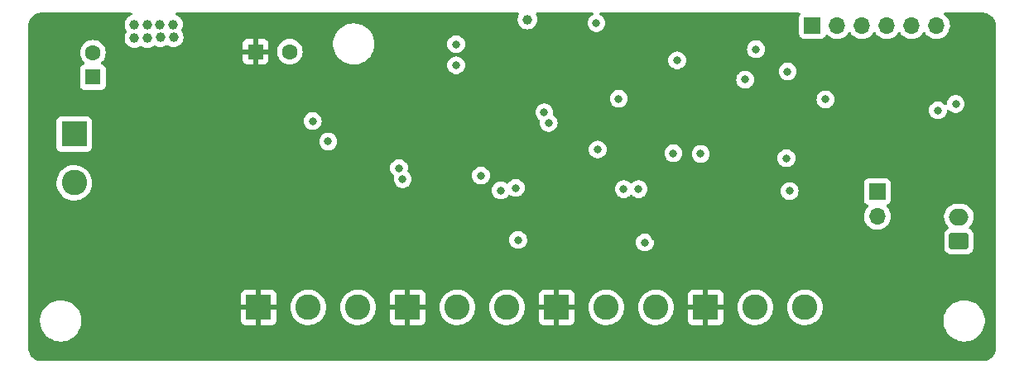
<source format=gbr>
%TF.GenerationSoftware,KiCad,Pcbnew,(6.0.8)*%
%TF.CreationDate,2022-10-05T23:25:23+02:00*%
%TF.ProjectId,DMX_ControllerBoard,444d585f-436f-46e7-9472-6f6c6c657242,rev?*%
%TF.SameCoordinates,Original*%
%TF.FileFunction,Copper,L3,Inr*%
%TF.FilePolarity,Positive*%
%FSLAX46Y46*%
G04 Gerber Fmt 4.6, Leading zero omitted, Abs format (unit mm)*
G04 Created by KiCad (PCBNEW (6.0.8)) date 2022-10-05 23:25:23*
%MOMM*%
%LPD*%
G01*
G04 APERTURE LIST*
G04 Aperture macros list*
%AMRoundRect*
0 Rectangle with rounded corners*
0 $1 Rounding radius*
0 $2 $3 $4 $5 $6 $7 $8 $9 X,Y pos of 4 corners*
0 Add a 4 corners polygon primitive as box body*
4,1,4,$2,$3,$4,$5,$6,$7,$8,$9,$2,$3,0*
0 Add four circle primitives for the rounded corners*
1,1,$1+$1,$2,$3*
1,1,$1+$1,$4,$5*
1,1,$1+$1,$6,$7*
1,1,$1+$1,$8,$9*
0 Add four rect primitives between the rounded corners*
20,1,$1+$1,$2,$3,$4,$5,0*
20,1,$1+$1,$4,$5,$6,$7,0*
20,1,$1+$1,$6,$7,$8,$9,0*
20,1,$1+$1,$8,$9,$2,$3,0*%
G04 Aperture macros list end*
%TA.AperFunction,ComponentPad*%
%ADD10R,1.600000X1.600000*%
%TD*%
%TA.AperFunction,ComponentPad*%
%ADD11C,1.600000*%
%TD*%
%TA.AperFunction,ComponentPad*%
%ADD12R,2.600000X2.600000*%
%TD*%
%TA.AperFunction,ComponentPad*%
%ADD13C,2.600000*%
%TD*%
%TA.AperFunction,ComponentPad*%
%ADD14RoundRect,0.250000X0.750000X-0.600000X0.750000X0.600000X-0.750000X0.600000X-0.750000X-0.600000X0*%
%TD*%
%TA.AperFunction,ComponentPad*%
%ADD15O,2.000000X1.700000*%
%TD*%
%TA.AperFunction,ComponentPad*%
%ADD16R,1.700000X1.700000*%
%TD*%
%TA.AperFunction,ComponentPad*%
%ADD17O,1.700000X1.700000*%
%TD*%
%TA.AperFunction,ViaPad*%
%ADD18C,0.800000*%
%TD*%
%TA.AperFunction,ViaPad*%
%ADD19C,1.000000*%
%TD*%
G04 APERTURE END LIST*
D10*
%TO.N,VCC*%
%TO.C,C8*%
X27114500Y-27114500D03*
D11*
%TO.N,GND*%
X27114500Y-24614500D03*
%TD*%
D10*
%TO.N,+5V*%
%TO.C,C12*%
X43751500Y-24511000D03*
D11*
%TO.N,GND*%
X47251500Y-24511000D03*
%TD*%
D12*
%TO.N,GND*%
%TO.C,J3*%
X25209500Y-32956500D03*
D13*
%TO.N,VCC*%
X25209500Y-37956500D03*
%TD*%
D14*
%TO.N,Net-(J5-Pad1)*%
%TO.C,J5*%
X115684300Y-43954700D03*
D15*
%TO.N,Net-(J5-Pad2)*%
X115684300Y-41454700D03*
%TD*%
D12*
%TO.N,+5V*%
%TO.C,J1*%
X44069000Y-50736500D03*
D13*
%TO.N,GND*%
X49149000Y-50736500D03*
%TO.N,Button1_sense*%
X54229000Y-50736500D03*
%TD*%
D12*
%TO.N,+5V*%
%TO.C,J2*%
X59309000Y-50736500D03*
D13*
%TO.N,GND*%
X64389000Y-50736500D03*
%TO.N,Button2_sense*%
X69469000Y-50736500D03*
%TD*%
D12*
%TO.N,+5V*%
%TO.C,J4*%
X74549000Y-50736500D03*
D13*
%TO.N,GND*%
X79629000Y-50736500D03*
%TO.N,Button3_sense*%
X84709000Y-50736500D03*
%TD*%
D12*
%TO.N,+5V*%
%TO.C,J6*%
X89789000Y-50736500D03*
D13*
%TO.N,GND*%
X94869000Y-50736500D03*
%TO.N,Button4_sense*%
X99949000Y-50736500D03*
%TD*%
D16*
%TO.N,BOOT_MODE*%
%TO.C,J7*%
X100711000Y-21844000D03*
D17*
%TO.N,TXD*%
X103251000Y-21844000D03*
%TO.N,RXD*%
X105791000Y-21844000D03*
%TO.N,+3V3*%
X108331000Y-21844000D03*
%TO.N,RESET*%
X110871000Y-21844000D03*
%TO.N,GND*%
X113411000Y-21844000D03*
%TD*%
D16*
%TO.N,Net-(JP1-Pad1)*%
%TO.C,JP1*%
X107340400Y-38862000D03*
D17*
%TO.N,Net-(J5-Pad1)*%
X107340400Y-41402000D03*
%TD*%
D18*
%TO.N,+3V3*%
X73279000Y-30734000D03*
%TO.N,B4*%
X82931000Y-38608000D03*
X86487000Y-34925000D03*
%TO.N,B3*%
X86868000Y-25400000D03*
X81407000Y-38608000D03*
%TO.N,GND*%
X83566000Y-44069000D03*
%TO.N,+5V*%
X80264000Y-43154000D03*
X84582000Y-43535000D03*
%TO.N,B2*%
X80899000Y-29337000D03*
X70358000Y-38481000D03*
%TO.N,B1*%
X78740000Y-34544000D03*
X68834000Y-38735000D03*
%TO.N,+5V*%
X67437000Y-43180000D03*
%TO.N,GND*%
X70612000Y-43815000D03*
%TO.N,+5V*%
X71882000Y-43561000D03*
%TO.N,GND*%
X102044500Y-29400500D03*
D19*
X32681333Y-21717000D03*
D18*
X113538000Y-30530800D03*
D19*
X34036000Y-23050500D03*
X33993666Y-21717000D03*
D18*
X64262000Y-23749000D03*
X64262000Y-25908000D03*
D19*
X35306000Y-21717000D03*
D18*
X89281000Y-34988500D03*
X58420000Y-36449000D03*
X98374200Y-38798500D03*
X66802000Y-37211000D03*
X49593500Y-31623000D03*
D19*
X71564500Y-21209000D03*
D18*
X98044000Y-35433000D03*
D19*
X35369500Y-23050500D03*
X32702500Y-23114000D03*
X31369000Y-21717000D03*
D18*
X58801000Y-37592000D03*
D19*
X31369000Y-23114000D03*
D18*
%TO.N,RESET*%
X78613000Y-21590000D03*
%TO.N,+3V3*%
X94932500Y-24257000D03*
%TO.N,+5V*%
X63500000Y-37719000D03*
X63881000Y-36449000D03*
X107086400Y-30988000D03*
X104978200Y-38798500D03*
%TO.N,BOOT_MODE*%
X98171000Y-26543000D03*
%TO.N,ERROR_LED*%
X73723500Y-31813500D03*
X51181000Y-33718500D03*
%TO.N,FACTORY_RESET*%
X115366800Y-29870400D03*
X93827600Y-27381200D03*
%TD*%
%TA.AperFunction,Conductor*%
%TO.N,+5V*%
G36*
X118065018Y-20509960D02*
G01*
X118079851Y-20512270D01*
X118079855Y-20512270D01*
X118088724Y-20513651D01*
X118102789Y-20511812D01*
X118129004Y-20511136D01*
X118303580Y-20524875D01*
X118323106Y-20527968D01*
X118516913Y-20574496D01*
X118535708Y-20580604D01*
X118709035Y-20652397D01*
X118719846Y-20656875D01*
X118737462Y-20665851D01*
X118818660Y-20715608D01*
X118907406Y-20769991D01*
X118923388Y-20781601D01*
X119070508Y-20907251D01*
X119074954Y-20911048D01*
X119088932Y-20925026D01*
X119218380Y-21076586D01*
X119229991Y-21092568D01*
X119261276Y-21143618D01*
X119334136Y-21262512D01*
X119343112Y-21280128D01*
X119419386Y-21464262D01*
X119425496Y-21483066D01*
X119472027Y-21676867D01*
X119475120Y-21696394D01*
X119481180Y-21773365D01*
X119482717Y-21792888D01*
X119488298Y-21863786D01*
X119487650Y-21880849D01*
X119487800Y-21880851D01*
X119487691Y-21889820D01*
X119486309Y-21898695D01*
X119488775Y-21917552D01*
X119490435Y-21930244D01*
X119491499Y-21946583D01*
X119491413Y-33752882D01*
X119491261Y-54807628D01*
X119489761Y-54827013D01*
X119487450Y-54841851D01*
X119487450Y-54841856D01*
X119486069Y-54850724D01*
X119487908Y-54864789D01*
X119488584Y-54891007D01*
X119474845Y-55065572D01*
X119471752Y-55085100D01*
X119425225Y-55278897D01*
X119419114Y-55297702D01*
X119342847Y-55481823D01*
X119333871Y-55499440D01*
X119229732Y-55669376D01*
X119218110Y-55685371D01*
X119088677Y-55836915D01*
X119074696Y-55850896D01*
X118923147Y-55980328D01*
X118907152Y-55991949D01*
X118738189Y-56095487D01*
X118737213Y-56096085D01*
X118719600Y-56105059D01*
X118585264Y-56160700D01*
X118535470Y-56181325D01*
X118516664Y-56187435D01*
X118322874Y-56233955D01*
X118303347Y-56237048D01*
X118135614Y-56250246D01*
X118118893Y-56249611D01*
X118118891Y-56249801D01*
X118109921Y-56249691D01*
X118101047Y-56248309D01*
X118092144Y-56249473D01*
X118092137Y-56249473D01*
X118069477Y-56252436D01*
X118053141Y-56253500D01*
X74130053Y-56253217D01*
X21954326Y-56252880D01*
X21934943Y-56251380D01*
X21920109Y-56249070D01*
X21920106Y-56249070D01*
X21911236Y-56247689D01*
X21897171Y-56249528D01*
X21870956Y-56250204D01*
X21737849Y-56239728D01*
X21696386Y-56236465D01*
X21676857Y-56233372D01*
X21483057Y-56186844D01*
X21464254Y-56180734D01*
X21280120Y-56104464D01*
X21262503Y-56095487D01*
X21092573Y-55991353D01*
X21076578Y-55979732D01*
X20925026Y-55850295D01*
X20911045Y-55836314D01*
X20781608Y-55684762D01*
X20769987Y-55668767D01*
X20665853Y-55498837D01*
X20656876Y-55481220D01*
X20580606Y-55297086D01*
X20574496Y-55278283D01*
X20527968Y-55084483D01*
X20524875Y-55064954D01*
X20511969Y-54900963D01*
X20512954Y-54878638D01*
X20512294Y-54878579D01*
X20512729Y-54873731D01*
X20513536Y-54868932D01*
X20513689Y-54856380D01*
X20509733Y-54828756D01*
X20508460Y-54810894D01*
X20508460Y-52253503D01*
X21715943Y-52253503D01*
X21716502Y-52257747D01*
X21716502Y-52257751D01*
X21727685Y-52342695D01*
X21753468Y-52538534D01*
X21754601Y-52542674D01*
X21754601Y-52542676D01*
X21754999Y-52544131D01*
X21829329Y-52815836D01*
X21942123Y-53080276D01*
X22089761Y-53326961D01*
X22269513Y-53551328D01*
X22478051Y-53749223D01*
X22711517Y-53916986D01*
X22715312Y-53918995D01*
X22715313Y-53918996D01*
X22737069Y-53930515D01*
X22965592Y-54051512D01*
X23235573Y-54150311D01*
X23516464Y-54211555D01*
X23545041Y-54213804D01*
X23739482Y-54229107D01*
X23739491Y-54229107D01*
X23741939Y-54229300D01*
X23897471Y-54229300D01*
X23899607Y-54229154D01*
X23899618Y-54229154D01*
X24107748Y-54214965D01*
X24107754Y-54214964D01*
X24112025Y-54214673D01*
X24116220Y-54213804D01*
X24116222Y-54213804D01*
X24252784Y-54185523D01*
X24393542Y-54156374D01*
X24664543Y-54060407D01*
X24920012Y-53928550D01*
X24923513Y-53926089D01*
X24923517Y-53926087D01*
X25037618Y-53845895D01*
X25155223Y-53763241D01*
X25365822Y-53567540D01*
X25547913Y-53345068D01*
X25698127Y-53099942D01*
X25813683Y-52836698D01*
X25892444Y-52560206D01*
X25932951Y-52275584D01*
X25933045Y-52257751D01*
X25933970Y-52081169D01*
X42261001Y-52081169D01*
X42261371Y-52087990D01*
X42266895Y-52138852D01*
X42270521Y-52154104D01*
X42315676Y-52274554D01*
X42324214Y-52290149D01*
X42400715Y-52392224D01*
X42413276Y-52404785D01*
X42515351Y-52481286D01*
X42530946Y-52489824D01*
X42651394Y-52534978D01*
X42666649Y-52538605D01*
X42717514Y-52544131D01*
X42724328Y-52544500D01*
X43796885Y-52544500D01*
X43812124Y-52540025D01*
X43813329Y-52538635D01*
X43815000Y-52530952D01*
X43815000Y-52526384D01*
X44323000Y-52526384D01*
X44327475Y-52541623D01*
X44328865Y-52542828D01*
X44336548Y-52544499D01*
X45413669Y-52544499D01*
X45420490Y-52544129D01*
X45471352Y-52538605D01*
X45486604Y-52534979D01*
X45607054Y-52489824D01*
X45622649Y-52481286D01*
X45724724Y-52404785D01*
X45737285Y-52392224D01*
X45813786Y-52290149D01*
X45822324Y-52274554D01*
X45867478Y-52154106D01*
X45871105Y-52138851D01*
X45876631Y-52087986D01*
X45877000Y-52081172D01*
X45877000Y-51008615D01*
X45872525Y-50993376D01*
X45871135Y-50992171D01*
X45863452Y-50990500D01*
X44341115Y-50990500D01*
X44325876Y-50994975D01*
X44324671Y-50996365D01*
X44323000Y-51004048D01*
X44323000Y-52526384D01*
X43815000Y-52526384D01*
X43815000Y-51008615D01*
X43810525Y-50993376D01*
X43809135Y-50992171D01*
X43801452Y-50990500D01*
X42279116Y-50990500D01*
X42263877Y-50994975D01*
X42262672Y-50996365D01*
X42261001Y-51004048D01*
X42261001Y-52081169D01*
X25933970Y-52081169D01*
X25934435Y-51992383D01*
X25934435Y-51992376D01*
X25934457Y-51988097D01*
X25925831Y-51922572D01*
X25897492Y-51707322D01*
X25896932Y-51703066D01*
X25821071Y-51425764D01*
X25789725Y-51352275D01*
X25709963Y-51165276D01*
X25709961Y-51165272D01*
X25708277Y-51161324D01*
X25560639Y-50914639D01*
X25380887Y-50690272D01*
X25379574Y-50689026D01*
X47336050Y-50689026D01*
X47348947Y-50957519D01*
X47401388Y-51221156D01*
X47492220Y-51474146D01*
X47619450Y-51710931D01*
X47622241Y-51714668D01*
X47622245Y-51714675D01*
X47703887Y-51824006D01*
X47780281Y-51926310D01*
X47783590Y-51929590D01*
X47783595Y-51929596D01*
X47943374Y-52087986D01*
X47971180Y-52115550D01*
X47974942Y-52118308D01*
X47974945Y-52118311D01*
X48087299Y-52200692D01*
X48187954Y-52274495D01*
X48192089Y-52276671D01*
X48192093Y-52276673D01*
X48411718Y-52392224D01*
X48425840Y-52399654D01*
X48679613Y-52488275D01*
X48684206Y-52489147D01*
X48939109Y-52537542D01*
X48939112Y-52537542D01*
X48943698Y-52538413D01*
X49071370Y-52543429D01*
X49207625Y-52548783D01*
X49207630Y-52548783D01*
X49212293Y-52548966D01*
X49316607Y-52537542D01*
X49474844Y-52520213D01*
X49474850Y-52520212D01*
X49479497Y-52519703D01*
X49592985Y-52489824D01*
X49734918Y-52452456D01*
X49734920Y-52452455D01*
X49739441Y-52451265D01*
X49847626Y-52404785D01*
X49982120Y-52347002D01*
X49982122Y-52347001D01*
X49986414Y-52345157D01*
X50127661Y-52257751D01*
X50211017Y-52206169D01*
X50211021Y-52206166D01*
X50214990Y-52203710D01*
X50420149Y-52030030D01*
X50597382Y-51827934D01*
X50742797Y-51601861D01*
X50853199Y-51356778D01*
X50890209Y-51225551D01*
X50924893Y-51102572D01*
X50924894Y-51102569D01*
X50926163Y-51098068D01*
X50944043Y-50957519D01*
X50959688Y-50834545D01*
X50959688Y-50834541D01*
X50960086Y-50831415D01*
X50962571Y-50736500D01*
X50959043Y-50689026D01*
X52416050Y-50689026D01*
X52428947Y-50957519D01*
X52481388Y-51221156D01*
X52572220Y-51474146D01*
X52699450Y-51710931D01*
X52702241Y-51714668D01*
X52702245Y-51714675D01*
X52783887Y-51824006D01*
X52860281Y-51926310D01*
X52863590Y-51929590D01*
X52863595Y-51929596D01*
X53023374Y-52087986D01*
X53051180Y-52115550D01*
X53054942Y-52118308D01*
X53054945Y-52118311D01*
X53167299Y-52200692D01*
X53267954Y-52274495D01*
X53272089Y-52276671D01*
X53272093Y-52276673D01*
X53491718Y-52392224D01*
X53505840Y-52399654D01*
X53759613Y-52488275D01*
X53764206Y-52489147D01*
X54019109Y-52537542D01*
X54019112Y-52537542D01*
X54023698Y-52538413D01*
X54151370Y-52543429D01*
X54287625Y-52548783D01*
X54287630Y-52548783D01*
X54292293Y-52548966D01*
X54396607Y-52537542D01*
X54554844Y-52520213D01*
X54554850Y-52520212D01*
X54559497Y-52519703D01*
X54672985Y-52489824D01*
X54814918Y-52452456D01*
X54814920Y-52452455D01*
X54819441Y-52451265D01*
X54927626Y-52404785D01*
X55062120Y-52347002D01*
X55062122Y-52347001D01*
X55066414Y-52345157D01*
X55207661Y-52257751D01*
X55291017Y-52206169D01*
X55291021Y-52206166D01*
X55294990Y-52203710D01*
X55439741Y-52081169D01*
X57501001Y-52081169D01*
X57501371Y-52087990D01*
X57506895Y-52138852D01*
X57510521Y-52154104D01*
X57555676Y-52274554D01*
X57564214Y-52290149D01*
X57640715Y-52392224D01*
X57653276Y-52404785D01*
X57755351Y-52481286D01*
X57770946Y-52489824D01*
X57891394Y-52534978D01*
X57906649Y-52538605D01*
X57957514Y-52544131D01*
X57964328Y-52544500D01*
X59036885Y-52544500D01*
X59052124Y-52540025D01*
X59053329Y-52538635D01*
X59055000Y-52530952D01*
X59055000Y-52526384D01*
X59563000Y-52526384D01*
X59567475Y-52541623D01*
X59568865Y-52542828D01*
X59576548Y-52544499D01*
X60653669Y-52544499D01*
X60660490Y-52544129D01*
X60711352Y-52538605D01*
X60726604Y-52534979D01*
X60847054Y-52489824D01*
X60862649Y-52481286D01*
X60964724Y-52404785D01*
X60977285Y-52392224D01*
X61053786Y-52290149D01*
X61062324Y-52274554D01*
X61107478Y-52154106D01*
X61111105Y-52138851D01*
X61116631Y-52087986D01*
X61117000Y-52081172D01*
X61117000Y-51008615D01*
X61112525Y-50993376D01*
X61111135Y-50992171D01*
X61103452Y-50990500D01*
X59581115Y-50990500D01*
X59565876Y-50994975D01*
X59564671Y-50996365D01*
X59563000Y-51004048D01*
X59563000Y-52526384D01*
X59055000Y-52526384D01*
X59055000Y-51008615D01*
X59050525Y-50993376D01*
X59049135Y-50992171D01*
X59041452Y-50990500D01*
X57519116Y-50990500D01*
X57503877Y-50994975D01*
X57502672Y-50996365D01*
X57501001Y-51004048D01*
X57501001Y-52081169D01*
X55439741Y-52081169D01*
X55500149Y-52030030D01*
X55677382Y-51827934D01*
X55822797Y-51601861D01*
X55933199Y-51356778D01*
X55970209Y-51225551D01*
X56004893Y-51102572D01*
X56004894Y-51102569D01*
X56006163Y-51098068D01*
X56024043Y-50957519D01*
X56039688Y-50834545D01*
X56039688Y-50834541D01*
X56040086Y-50831415D01*
X56042571Y-50736500D01*
X56039043Y-50689026D01*
X62576050Y-50689026D01*
X62588947Y-50957519D01*
X62641388Y-51221156D01*
X62732220Y-51474146D01*
X62859450Y-51710931D01*
X62862241Y-51714668D01*
X62862245Y-51714675D01*
X62943887Y-51824006D01*
X63020281Y-51926310D01*
X63023590Y-51929590D01*
X63023595Y-51929596D01*
X63183374Y-52087986D01*
X63211180Y-52115550D01*
X63214942Y-52118308D01*
X63214945Y-52118311D01*
X63327299Y-52200692D01*
X63427954Y-52274495D01*
X63432089Y-52276671D01*
X63432093Y-52276673D01*
X63651718Y-52392224D01*
X63665840Y-52399654D01*
X63919613Y-52488275D01*
X63924206Y-52489147D01*
X64179109Y-52537542D01*
X64179112Y-52537542D01*
X64183698Y-52538413D01*
X64311370Y-52543429D01*
X64447625Y-52548783D01*
X64447630Y-52548783D01*
X64452293Y-52548966D01*
X64556607Y-52537542D01*
X64714844Y-52520213D01*
X64714850Y-52520212D01*
X64719497Y-52519703D01*
X64832985Y-52489824D01*
X64974918Y-52452456D01*
X64974920Y-52452455D01*
X64979441Y-52451265D01*
X65087626Y-52404785D01*
X65222120Y-52347002D01*
X65222122Y-52347001D01*
X65226414Y-52345157D01*
X65367661Y-52257751D01*
X65451017Y-52206169D01*
X65451021Y-52206166D01*
X65454990Y-52203710D01*
X65660149Y-52030030D01*
X65837382Y-51827934D01*
X65982797Y-51601861D01*
X66093199Y-51356778D01*
X66130209Y-51225551D01*
X66164893Y-51102572D01*
X66164894Y-51102569D01*
X66166163Y-51098068D01*
X66184043Y-50957519D01*
X66199688Y-50834545D01*
X66199688Y-50834541D01*
X66200086Y-50831415D01*
X66202571Y-50736500D01*
X66199043Y-50689026D01*
X67656050Y-50689026D01*
X67668947Y-50957519D01*
X67721388Y-51221156D01*
X67812220Y-51474146D01*
X67939450Y-51710931D01*
X67942241Y-51714668D01*
X67942245Y-51714675D01*
X68023887Y-51824006D01*
X68100281Y-51926310D01*
X68103590Y-51929590D01*
X68103595Y-51929596D01*
X68263374Y-52087986D01*
X68291180Y-52115550D01*
X68294942Y-52118308D01*
X68294945Y-52118311D01*
X68407299Y-52200692D01*
X68507954Y-52274495D01*
X68512089Y-52276671D01*
X68512093Y-52276673D01*
X68731718Y-52392224D01*
X68745840Y-52399654D01*
X68999613Y-52488275D01*
X69004206Y-52489147D01*
X69259109Y-52537542D01*
X69259112Y-52537542D01*
X69263698Y-52538413D01*
X69391370Y-52543429D01*
X69527625Y-52548783D01*
X69527630Y-52548783D01*
X69532293Y-52548966D01*
X69636607Y-52537542D01*
X69794844Y-52520213D01*
X69794850Y-52520212D01*
X69799497Y-52519703D01*
X69912985Y-52489824D01*
X70054918Y-52452456D01*
X70054920Y-52452455D01*
X70059441Y-52451265D01*
X70167626Y-52404785D01*
X70302120Y-52347002D01*
X70302122Y-52347001D01*
X70306414Y-52345157D01*
X70447661Y-52257751D01*
X70531017Y-52206169D01*
X70531021Y-52206166D01*
X70534990Y-52203710D01*
X70679741Y-52081169D01*
X72741001Y-52081169D01*
X72741371Y-52087990D01*
X72746895Y-52138852D01*
X72750521Y-52154104D01*
X72795676Y-52274554D01*
X72804214Y-52290149D01*
X72880715Y-52392224D01*
X72893276Y-52404785D01*
X72995351Y-52481286D01*
X73010946Y-52489824D01*
X73131394Y-52534978D01*
X73146649Y-52538605D01*
X73197514Y-52544131D01*
X73204328Y-52544500D01*
X74276885Y-52544500D01*
X74292124Y-52540025D01*
X74293329Y-52538635D01*
X74295000Y-52530952D01*
X74295000Y-52526384D01*
X74803000Y-52526384D01*
X74807475Y-52541623D01*
X74808865Y-52542828D01*
X74816548Y-52544499D01*
X75893669Y-52544499D01*
X75900490Y-52544129D01*
X75951352Y-52538605D01*
X75966604Y-52534979D01*
X76087054Y-52489824D01*
X76102649Y-52481286D01*
X76204724Y-52404785D01*
X76217285Y-52392224D01*
X76293786Y-52290149D01*
X76302324Y-52274554D01*
X76347478Y-52154106D01*
X76351105Y-52138851D01*
X76356631Y-52087986D01*
X76357000Y-52081172D01*
X76357000Y-51008615D01*
X76352525Y-50993376D01*
X76351135Y-50992171D01*
X76343452Y-50990500D01*
X74821115Y-50990500D01*
X74805876Y-50994975D01*
X74804671Y-50996365D01*
X74803000Y-51004048D01*
X74803000Y-52526384D01*
X74295000Y-52526384D01*
X74295000Y-51008615D01*
X74290525Y-50993376D01*
X74289135Y-50992171D01*
X74281452Y-50990500D01*
X72759116Y-50990500D01*
X72743877Y-50994975D01*
X72742672Y-50996365D01*
X72741001Y-51004048D01*
X72741001Y-52081169D01*
X70679741Y-52081169D01*
X70740149Y-52030030D01*
X70917382Y-51827934D01*
X71062797Y-51601861D01*
X71173199Y-51356778D01*
X71210209Y-51225551D01*
X71244893Y-51102572D01*
X71244894Y-51102569D01*
X71246163Y-51098068D01*
X71264043Y-50957519D01*
X71279688Y-50834545D01*
X71279688Y-50834541D01*
X71280086Y-50831415D01*
X71282571Y-50736500D01*
X71279043Y-50689026D01*
X77816050Y-50689026D01*
X77828947Y-50957519D01*
X77881388Y-51221156D01*
X77972220Y-51474146D01*
X78099450Y-51710931D01*
X78102241Y-51714668D01*
X78102245Y-51714675D01*
X78183887Y-51824006D01*
X78260281Y-51926310D01*
X78263590Y-51929590D01*
X78263595Y-51929596D01*
X78423374Y-52087986D01*
X78451180Y-52115550D01*
X78454942Y-52118308D01*
X78454945Y-52118311D01*
X78567299Y-52200692D01*
X78667954Y-52274495D01*
X78672089Y-52276671D01*
X78672093Y-52276673D01*
X78891718Y-52392224D01*
X78905840Y-52399654D01*
X79159613Y-52488275D01*
X79164206Y-52489147D01*
X79419109Y-52537542D01*
X79419112Y-52537542D01*
X79423698Y-52538413D01*
X79551370Y-52543429D01*
X79687625Y-52548783D01*
X79687630Y-52548783D01*
X79692293Y-52548966D01*
X79796607Y-52537542D01*
X79954844Y-52520213D01*
X79954850Y-52520212D01*
X79959497Y-52519703D01*
X80072985Y-52489824D01*
X80214918Y-52452456D01*
X80214920Y-52452455D01*
X80219441Y-52451265D01*
X80327626Y-52404785D01*
X80462120Y-52347002D01*
X80462122Y-52347001D01*
X80466414Y-52345157D01*
X80607661Y-52257751D01*
X80691017Y-52206169D01*
X80691021Y-52206166D01*
X80694990Y-52203710D01*
X80900149Y-52030030D01*
X81077382Y-51827934D01*
X81222797Y-51601861D01*
X81333199Y-51356778D01*
X81370209Y-51225551D01*
X81404893Y-51102572D01*
X81404894Y-51102569D01*
X81406163Y-51098068D01*
X81424043Y-50957519D01*
X81439688Y-50834545D01*
X81439688Y-50834541D01*
X81440086Y-50831415D01*
X81442571Y-50736500D01*
X81439043Y-50689026D01*
X82896050Y-50689026D01*
X82908947Y-50957519D01*
X82961388Y-51221156D01*
X83052220Y-51474146D01*
X83179450Y-51710931D01*
X83182241Y-51714668D01*
X83182245Y-51714675D01*
X83263887Y-51824006D01*
X83340281Y-51926310D01*
X83343590Y-51929590D01*
X83343595Y-51929596D01*
X83503374Y-52087986D01*
X83531180Y-52115550D01*
X83534942Y-52118308D01*
X83534945Y-52118311D01*
X83647299Y-52200692D01*
X83747954Y-52274495D01*
X83752089Y-52276671D01*
X83752093Y-52276673D01*
X83971718Y-52392224D01*
X83985840Y-52399654D01*
X84239613Y-52488275D01*
X84244206Y-52489147D01*
X84499109Y-52537542D01*
X84499112Y-52537542D01*
X84503698Y-52538413D01*
X84631370Y-52543429D01*
X84767625Y-52548783D01*
X84767630Y-52548783D01*
X84772293Y-52548966D01*
X84876607Y-52537542D01*
X85034844Y-52520213D01*
X85034850Y-52520212D01*
X85039497Y-52519703D01*
X85152985Y-52489824D01*
X85294918Y-52452456D01*
X85294920Y-52452455D01*
X85299441Y-52451265D01*
X85407626Y-52404785D01*
X85542120Y-52347002D01*
X85542122Y-52347001D01*
X85546414Y-52345157D01*
X85687661Y-52257751D01*
X85771017Y-52206169D01*
X85771021Y-52206166D01*
X85774990Y-52203710D01*
X85919741Y-52081169D01*
X87981001Y-52081169D01*
X87981371Y-52087990D01*
X87986895Y-52138852D01*
X87990521Y-52154104D01*
X88035676Y-52274554D01*
X88044214Y-52290149D01*
X88120715Y-52392224D01*
X88133276Y-52404785D01*
X88235351Y-52481286D01*
X88250946Y-52489824D01*
X88371394Y-52534978D01*
X88386649Y-52538605D01*
X88437514Y-52544131D01*
X88444328Y-52544500D01*
X89516885Y-52544500D01*
X89532124Y-52540025D01*
X89533329Y-52538635D01*
X89535000Y-52530952D01*
X89535000Y-52526384D01*
X90043000Y-52526384D01*
X90047475Y-52541623D01*
X90048865Y-52542828D01*
X90056548Y-52544499D01*
X91133669Y-52544499D01*
X91140490Y-52544129D01*
X91191352Y-52538605D01*
X91206604Y-52534979D01*
X91327054Y-52489824D01*
X91342649Y-52481286D01*
X91444724Y-52404785D01*
X91457285Y-52392224D01*
X91533786Y-52290149D01*
X91542324Y-52274554D01*
X91587478Y-52154106D01*
X91591105Y-52138851D01*
X91596631Y-52087986D01*
X91597000Y-52081172D01*
X91597000Y-51008615D01*
X91592525Y-50993376D01*
X91591135Y-50992171D01*
X91583452Y-50990500D01*
X90061115Y-50990500D01*
X90045876Y-50994975D01*
X90044671Y-50996365D01*
X90043000Y-51004048D01*
X90043000Y-52526384D01*
X89535000Y-52526384D01*
X89535000Y-51008615D01*
X89530525Y-50993376D01*
X89529135Y-50992171D01*
X89521452Y-50990500D01*
X87999116Y-50990500D01*
X87983877Y-50994975D01*
X87982672Y-50996365D01*
X87981001Y-51004048D01*
X87981001Y-52081169D01*
X85919741Y-52081169D01*
X85980149Y-52030030D01*
X86157382Y-51827934D01*
X86302797Y-51601861D01*
X86413199Y-51356778D01*
X86450209Y-51225551D01*
X86484893Y-51102572D01*
X86484894Y-51102569D01*
X86486163Y-51098068D01*
X86504043Y-50957519D01*
X86519688Y-50834545D01*
X86519688Y-50834541D01*
X86520086Y-50831415D01*
X86522571Y-50736500D01*
X86519043Y-50689026D01*
X93056050Y-50689026D01*
X93068947Y-50957519D01*
X93121388Y-51221156D01*
X93212220Y-51474146D01*
X93339450Y-51710931D01*
X93342241Y-51714668D01*
X93342245Y-51714675D01*
X93423887Y-51824006D01*
X93500281Y-51926310D01*
X93503590Y-51929590D01*
X93503595Y-51929596D01*
X93663374Y-52087986D01*
X93691180Y-52115550D01*
X93694942Y-52118308D01*
X93694945Y-52118311D01*
X93807299Y-52200692D01*
X93907954Y-52274495D01*
X93912089Y-52276671D01*
X93912093Y-52276673D01*
X94131718Y-52392224D01*
X94145840Y-52399654D01*
X94399613Y-52488275D01*
X94404206Y-52489147D01*
X94659109Y-52537542D01*
X94659112Y-52537542D01*
X94663698Y-52538413D01*
X94791370Y-52543429D01*
X94927625Y-52548783D01*
X94927630Y-52548783D01*
X94932293Y-52548966D01*
X95036607Y-52537542D01*
X95194844Y-52520213D01*
X95194850Y-52520212D01*
X95199497Y-52519703D01*
X95312985Y-52489824D01*
X95454918Y-52452456D01*
X95454920Y-52452455D01*
X95459441Y-52451265D01*
X95567626Y-52404785D01*
X95702120Y-52347002D01*
X95702122Y-52347001D01*
X95706414Y-52345157D01*
X95847661Y-52257751D01*
X95931017Y-52206169D01*
X95931021Y-52206166D01*
X95934990Y-52203710D01*
X96140149Y-52030030D01*
X96317382Y-51827934D01*
X96462797Y-51601861D01*
X96573199Y-51356778D01*
X96610209Y-51225551D01*
X96644893Y-51102572D01*
X96644894Y-51102569D01*
X96646163Y-51098068D01*
X96664043Y-50957519D01*
X96679688Y-50834545D01*
X96679688Y-50834541D01*
X96680086Y-50831415D01*
X96682571Y-50736500D01*
X96679043Y-50689026D01*
X98136050Y-50689026D01*
X98148947Y-50957519D01*
X98201388Y-51221156D01*
X98292220Y-51474146D01*
X98419450Y-51710931D01*
X98422241Y-51714668D01*
X98422245Y-51714675D01*
X98503887Y-51824006D01*
X98580281Y-51926310D01*
X98583590Y-51929590D01*
X98583595Y-51929596D01*
X98743374Y-52087986D01*
X98771180Y-52115550D01*
X98774942Y-52118308D01*
X98774945Y-52118311D01*
X98887299Y-52200692D01*
X98987954Y-52274495D01*
X98992089Y-52276671D01*
X98992093Y-52276673D01*
X99211718Y-52392224D01*
X99225840Y-52399654D01*
X99479613Y-52488275D01*
X99484206Y-52489147D01*
X99739109Y-52537542D01*
X99739112Y-52537542D01*
X99743698Y-52538413D01*
X99871370Y-52543429D01*
X100007625Y-52548783D01*
X100007630Y-52548783D01*
X100012293Y-52548966D01*
X100116607Y-52537542D01*
X100274844Y-52520213D01*
X100274850Y-52520212D01*
X100279497Y-52519703D01*
X100392985Y-52489824D01*
X100534918Y-52452456D01*
X100534920Y-52452455D01*
X100539441Y-52451265D01*
X100647626Y-52404785D01*
X100782120Y-52347002D01*
X100782122Y-52347001D01*
X100786414Y-52345157D01*
X100927661Y-52257751D01*
X100934526Y-52253503D01*
X114121143Y-52253503D01*
X114121702Y-52257747D01*
X114121702Y-52257751D01*
X114132885Y-52342695D01*
X114158668Y-52538534D01*
X114159801Y-52542674D01*
X114159801Y-52542676D01*
X114160199Y-52544131D01*
X114234529Y-52815836D01*
X114347323Y-53080276D01*
X114494961Y-53326961D01*
X114674713Y-53551328D01*
X114883251Y-53749223D01*
X115116717Y-53916986D01*
X115120512Y-53918995D01*
X115120513Y-53918996D01*
X115142269Y-53930515D01*
X115370792Y-54051512D01*
X115640773Y-54150311D01*
X115921664Y-54211555D01*
X115950241Y-54213804D01*
X116144682Y-54229107D01*
X116144691Y-54229107D01*
X116147139Y-54229300D01*
X116302671Y-54229300D01*
X116304807Y-54229154D01*
X116304818Y-54229154D01*
X116512948Y-54214965D01*
X116512954Y-54214964D01*
X116517225Y-54214673D01*
X116521420Y-54213804D01*
X116521422Y-54213804D01*
X116657984Y-54185523D01*
X116798742Y-54156374D01*
X117069743Y-54060407D01*
X117325212Y-53928550D01*
X117328713Y-53926089D01*
X117328717Y-53926087D01*
X117442818Y-53845895D01*
X117560423Y-53763241D01*
X117771022Y-53567540D01*
X117953113Y-53345068D01*
X118103327Y-53099942D01*
X118218883Y-52836698D01*
X118297644Y-52560206D01*
X118338151Y-52275584D01*
X118338245Y-52257751D01*
X118339635Y-51992383D01*
X118339635Y-51992376D01*
X118339657Y-51988097D01*
X118331031Y-51922572D01*
X118302692Y-51707322D01*
X118302132Y-51703066D01*
X118226271Y-51425764D01*
X118194925Y-51352275D01*
X118115163Y-51165276D01*
X118115161Y-51165272D01*
X118113477Y-51161324D01*
X117965839Y-50914639D01*
X117786087Y-50690272D01*
X117577549Y-50492377D01*
X117344083Y-50324614D01*
X117322243Y-50313050D01*
X117299054Y-50300772D01*
X117090008Y-50190088D01*
X116820027Y-50091289D01*
X116539136Y-50030045D01*
X116508085Y-50027601D01*
X116316118Y-50012493D01*
X116316109Y-50012493D01*
X116313661Y-50012300D01*
X116158129Y-50012300D01*
X116155993Y-50012446D01*
X116155982Y-50012446D01*
X115947852Y-50026635D01*
X115947846Y-50026636D01*
X115943575Y-50026927D01*
X115939380Y-50027796D01*
X115939378Y-50027796D01*
X115802817Y-50056076D01*
X115662058Y-50085226D01*
X115391057Y-50181193D01*
X115135588Y-50313050D01*
X115132087Y-50315511D01*
X115132083Y-50315513D01*
X115121994Y-50322604D01*
X114900377Y-50478359D01*
X114689778Y-50674060D01*
X114507687Y-50896532D01*
X114357473Y-51141658D01*
X114355747Y-51145591D01*
X114355746Y-51145592D01*
X114265019Y-51352275D01*
X114241917Y-51404902D01*
X114163156Y-51681394D01*
X114122649Y-51966016D01*
X114122627Y-51970305D01*
X114122626Y-51970312D01*
X114121391Y-52206169D01*
X114121143Y-52253503D01*
X100934526Y-52253503D01*
X101011017Y-52206169D01*
X101011021Y-52206166D01*
X101014990Y-52203710D01*
X101220149Y-52030030D01*
X101397382Y-51827934D01*
X101542797Y-51601861D01*
X101653199Y-51356778D01*
X101690209Y-51225551D01*
X101724893Y-51102572D01*
X101724894Y-51102569D01*
X101726163Y-51098068D01*
X101744043Y-50957519D01*
X101759688Y-50834545D01*
X101759688Y-50834541D01*
X101760086Y-50831415D01*
X101762571Y-50736500D01*
X101742650Y-50468437D01*
X101709652Y-50322604D01*
X101684361Y-50210831D01*
X101684360Y-50210826D01*
X101683327Y-50206263D01*
X101585902Y-49955738D01*
X101452518Y-49722364D01*
X101286105Y-49511269D01*
X101090317Y-49327091D01*
X100904877Y-49198446D01*
X100873299Y-49176539D01*
X100873296Y-49176537D01*
X100869457Y-49173874D01*
X100865264Y-49171806D01*
X100632564Y-49057051D01*
X100632561Y-49057050D01*
X100628376Y-49054986D01*
X100580745Y-49039739D01*
X100526621Y-49022414D01*
X100372370Y-48973038D01*
X100367763Y-48972288D01*
X100367760Y-48972287D01*
X100111674Y-48930581D01*
X100111675Y-48930581D01*
X100107063Y-48929830D01*
X99976719Y-48928124D01*
X99842961Y-48926373D01*
X99842958Y-48926373D01*
X99838284Y-48926312D01*
X99571937Y-48962560D01*
X99313874Y-49037778D01*
X99069763Y-49150315D01*
X99065854Y-49152878D01*
X98848881Y-49295131D01*
X98848876Y-49295135D01*
X98844968Y-49297697D01*
X98644426Y-49476688D01*
X98472544Y-49683354D01*
X98333096Y-49913156D01*
X98331287Y-49917470D01*
X98331285Y-49917474D01*
X98283698Y-50030958D01*
X98229148Y-50161045D01*
X98162981Y-50421577D01*
X98136050Y-50689026D01*
X96679043Y-50689026D01*
X96662650Y-50468437D01*
X96629652Y-50322604D01*
X96604361Y-50210831D01*
X96604360Y-50210826D01*
X96603327Y-50206263D01*
X96505902Y-49955738D01*
X96372518Y-49722364D01*
X96206105Y-49511269D01*
X96010317Y-49327091D01*
X95824877Y-49198446D01*
X95793299Y-49176539D01*
X95793296Y-49176537D01*
X95789457Y-49173874D01*
X95785264Y-49171806D01*
X95552564Y-49057051D01*
X95552561Y-49057050D01*
X95548376Y-49054986D01*
X95500745Y-49039739D01*
X95446621Y-49022414D01*
X95292370Y-48973038D01*
X95287763Y-48972288D01*
X95287760Y-48972287D01*
X95031674Y-48930581D01*
X95031675Y-48930581D01*
X95027063Y-48929830D01*
X94896719Y-48928124D01*
X94762961Y-48926373D01*
X94762958Y-48926373D01*
X94758284Y-48926312D01*
X94491937Y-48962560D01*
X94233874Y-49037778D01*
X93989763Y-49150315D01*
X93985854Y-49152878D01*
X93768881Y-49295131D01*
X93768876Y-49295135D01*
X93764968Y-49297697D01*
X93564426Y-49476688D01*
X93392544Y-49683354D01*
X93253096Y-49913156D01*
X93251287Y-49917470D01*
X93251285Y-49917474D01*
X93203698Y-50030958D01*
X93149148Y-50161045D01*
X93082981Y-50421577D01*
X93056050Y-50689026D01*
X86519043Y-50689026D01*
X86502650Y-50468437D01*
X86501733Y-50464385D01*
X87981000Y-50464385D01*
X87985475Y-50479624D01*
X87986865Y-50480829D01*
X87994548Y-50482500D01*
X89516885Y-50482500D01*
X89532124Y-50478025D01*
X89533329Y-50476635D01*
X89535000Y-50468952D01*
X89535000Y-50464385D01*
X90043000Y-50464385D01*
X90047475Y-50479624D01*
X90048865Y-50480829D01*
X90056548Y-50482500D01*
X91578884Y-50482500D01*
X91594123Y-50478025D01*
X91595328Y-50476635D01*
X91596999Y-50468952D01*
X91596999Y-49391831D01*
X91596629Y-49385010D01*
X91591105Y-49334148D01*
X91587479Y-49318896D01*
X91542324Y-49198446D01*
X91533786Y-49182851D01*
X91457285Y-49080776D01*
X91444724Y-49068215D01*
X91342649Y-48991714D01*
X91327054Y-48983176D01*
X91206606Y-48938022D01*
X91191351Y-48934395D01*
X91140486Y-48928869D01*
X91133672Y-48928500D01*
X90061115Y-48928500D01*
X90045876Y-48932975D01*
X90044671Y-48934365D01*
X90043000Y-48942048D01*
X90043000Y-50464385D01*
X89535000Y-50464385D01*
X89535000Y-48946616D01*
X89530525Y-48931377D01*
X89529135Y-48930172D01*
X89521452Y-48928501D01*
X88444331Y-48928501D01*
X88437510Y-48928871D01*
X88386648Y-48934395D01*
X88371396Y-48938021D01*
X88250946Y-48983176D01*
X88235351Y-48991714D01*
X88133276Y-49068215D01*
X88120715Y-49080776D01*
X88044214Y-49182851D01*
X88035676Y-49198446D01*
X87990522Y-49318894D01*
X87986895Y-49334149D01*
X87981369Y-49385014D01*
X87981000Y-49391828D01*
X87981000Y-50464385D01*
X86501733Y-50464385D01*
X86469652Y-50322604D01*
X86444361Y-50210831D01*
X86444360Y-50210826D01*
X86443327Y-50206263D01*
X86345902Y-49955738D01*
X86212518Y-49722364D01*
X86046105Y-49511269D01*
X85850317Y-49327091D01*
X85664877Y-49198446D01*
X85633299Y-49176539D01*
X85633296Y-49176537D01*
X85629457Y-49173874D01*
X85625264Y-49171806D01*
X85392564Y-49057051D01*
X85392561Y-49057050D01*
X85388376Y-49054986D01*
X85340745Y-49039739D01*
X85286621Y-49022414D01*
X85132370Y-48973038D01*
X85127763Y-48972288D01*
X85127760Y-48972287D01*
X84871674Y-48930581D01*
X84871675Y-48930581D01*
X84867063Y-48929830D01*
X84736719Y-48928124D01*
X84602961Y-48926373D01*
X84602958Y-48926373D01*
X84598284Y-48926312D01*
X84331937Y-48962560D01*
X84073874Y-49037778D01*
X83829763Y-49150315D01*
X83825854Y-49152878D01*
X83608881Y-49295131D01*
X83608876Y-49295135D01*
X83604968Y-49297697D01*
X83404426Y-49476688D01*
X83232544Y-49683354D01*
X83093096Y-49913156D01*
X83091287Y-49917470D01*
X83091285Y-49917474D01*
X83043698Y-50030958D01*
X82989148Y-50161045D01*
X82922981Y-50421577D01*
X82896050Y-50689026D01*
X81439043Y-50689026D01*
X81422650Y-50468437D01*
X81389652Y-50322604D01*
X81364361Y-50210831D01*
X81364360Y-50210826D01*
X81363327Y-50206263D01*
X81265902Y-49955738D01*
X81132518Y-49722364D01*
X80966105Y-49511269D01*
X80770317Y-49327091D01*
X80584877Y-49198446D01*
X80553299Y-49176539D01*
X80553296Y-49176537D01*
X80549457Y-49173874D01*
X80545264Y-49171806D01*
X80312564Y-49057051D01*
X80312561Y-49057050D01*
X80308376Y-49054986D01*
X80260745Y-49039739D01*
X80206621Y-49022414D01*
X80052370Y-48973038D01*
X80047763Y-48972288D01*
X80047760Y-48972287D01*
X79791674Y-48930581D01*
X79791675Y-48930581D01*
X79787063Y-48929830D01*
X79656719Y-48928124D01*
X79522961Y-48926373D01*
X79522958Y-48926373D01*
X79518284Y-48926312D01*
X79251937Y-48962560D01*
X78993874Y-49037778D01*
X78749763Y-49150315D01*
X78745854Y-49152878D01*
X78528881Y-49295131D01*
X78528876Y-49295135D01*
X78524968Y-49297697D01*
X78324426Y-49476688D01*
X78152544Y-49683354D01*
X78013096Y-49913156D01*
X78011287Y-49917470D01*
X78011285Y-49917474D01*
X77963698Y-50030958D01*
X77909148Y-50161045D01*
X77842981Y-50421577D01*
X77816050Y-50689026D01*
X71279043Y-50689026D01*
X71262650Y-50468437D01*
X71261733Y-50464385D01*
X72741000Y-50464385D01*
X72745475Y-50479624D01*
X72746865Y-50480829D01*
X72754548Y-50482500D01*
X74276885Y-50482500D01*
X74292124Y-50478025D01*
X74293329Y-50476635D01*
X74295000Y-50468952D01*
X74295000Y-50464385D01*
X74803000Y-50464385D01*
X74807475Y-50479624D01*
X74808865Y-50480829D01*
X74816548Y-50482500D01*
X76338884Y-50482500D01*
X76354123Y-50478025D01*
X76355328Y-50476635D01*
X76356999Y-50468952D01*
X76356999Y-49391831D01*
X76356629Y-49385010D01*
X76351105Y-49334148D01*
X76347479Y-49318896D01*
X76302324Y-49198446D01*
X76293786Y-49182851D01*
X76217285Y-49080776D01*
X76204724Y-49068215D01*
X76102649Y-48991714D01*
X76087054Y-48983176D01*
X75966606Y-48938022D01*
X75951351Y-48934395D01*
X75900486Y-48928869D01*
X75893672Y-48928500D01*
X74821115Y-48928500D01*
X74805876Y-48932975D01*
X74804671Y-48934365D01*
X74803000Y-48942048D01*
X74803000Y-50464385D01*
X74295000Y-50464385D01*
X74295000Y-48946616D01*
X74290525Y-48931377D01*
X74289135Y-48930172D01*
X74281452Y-48928501D01*
X73204331Y-48928501D01*
X73197510Y-48928871D01*
X73146648Y-48934395D01*
X73131396Y-48938021D01*
X73010946Y-48983176D01*
X72995351Y-48991714D01*
X72893276Y-49068215D01*
X72880715Y-49080776D01*
X72804214Y-49182851D01*
X72795676Y-49198446D01*
X72750522Y-49318894D01*
X72746895Y-49334149D01*
X72741369Y-49385014D01*
X72741000Y-49391828D01*
X72741000Y-50464385D01*
X71261733Y-50464385D01*
X71229652Y-50322604D01*
X71204361Y-50210831D01*
X71204360Y-50210826D01*
X71203327Y-50206263D01*
X71105902Y-49955738D01*
X70972518Y-49722364D01*
X70806105Y-49511269D01*
X70610317Y-49327091D01*
X70424877Y-49198446D01*
X70393299Y-49176539D01*
X70393296Y-49176537D01*
X70389457Y-49173874D01*
X70385264Y-49171806D01*
X70152564Y-49057051D01*
X70152561Y-49057050D01*
X70148376Y-49054986D01*
X70100745Y-49039739D01*
X70046621Y-49022414D01*
X69892370Y-48973038D01*
X69887763Y-48972288D01*
X69887760Y-48972287D01*
X69631674Y-48930581D01*
X69631675Y-48930581D01*
X69627063Y-48929830D01*
X69496719Y-48928124D01*
X69362961Y-48926373D01*
X69362958Y-48926373D01*
X69358284Y-48926312D01*
X69091937Y-48962560D01*
X68833874Y-49037778D01*
X68589763Y-49150315D01*
X68585854Y-49152878D01*
X68368881Y-49295131D01*
X68368876Y-49295135D01*
X68364968Y-49297697D01*
X68164426Y-49476688D01*
X67992544Y-49683354D01*
X67853096Y-49913156D01*
X67851287Y-49917470D01*
X67851285Y-49917474D01*
X67803698Y-50030958D01*
X67749148Y-50161045D01*
X67682981Y-50421577D01*
X67656050Y-50689026D01*
X66199043Y-50689026D01*
X66182650Y-50468437D01*
X66149652Y-50322604D01*
X66124361Y-50210831D01*
X66124360Y-50210826D01*
X66123327Y-50206263D01*
X66025902Y-49955738D01*
X65892518Y-49722364D01*
X65726105Y-49511269D01*
X65530317Y-49327091D01*
X65344877Y-49198446D01*
X65313299Y-49176539D01*
X65313296Y-49176537D01*
X65309457Y-49173874D01*
X65305264Y-49171806D01*
X65072564Y-49057051D01*
X65072561Y-49057050D01*
X65068376Y-49054986D01*
X65020745Y-49039739D01*
X64966621Y-49022414D01*
X64812370Y-48973038D01*
X64807763Y-48972288D01*
X64807760Y-48972287D01*
X64551674Y-48930581D01*
X64551675Y-48930581D01*
X64547063Y-48929830D01*
X64416719Y-48928124D01*
X64282961Y-48926373D01*
X64282958Y-48926373D01*
X64278284Y-48926312D01*
X64011937Y-48962560D01*
X63753874Y-49037778D01*
X63509763Y-49150315D01*
X63505854Y-49152878D01*
X63288881Y-49295131D01*
X63288876Y-49295135D01*
X63284968Y-49297697D01*
X63084426Y-49476688D01*
X62912544Y-49683354D01*
X62773096Y-49913156D01*
X62771287Y-49917470D01*
X62771285Y-49917474D01*
X62723698Y-50030958D01*
X62669148Y-50161045D01*
X62602981Y-50421577D01*
X62576050Y-50689026D01*
X56039043Y-50689026D01*
X56022650Y-50468437D01*
X56021733Y-50464385D01*
X57501000Y-50464385D01*
X57505475Y-50479624D01*
X57506865Y-50480829D01*
X57514548Y-50482500D01*
X59036885Y-50482500D01*
X59052124Y-50478025D01*
X59053329Y-50476635D01*
X59055000Y-50468952D01*
X59055000Y-50464385D01*
X59563000Y-50464385D01*
X59567475Y-50479624D01*
X59568865Y-50480829D01*
X59576548Y-50482500D01*
X61098884Y-50482500D01*
X61114123Y-50478025D01*
X61115328Y-50476635D01*
X61116999Y-50468952D01*
X61116999Y-49391831D01*
X61116629Y-49385010D01*
X61111105Y-49334148D01*
X61107479Y-49318896D01*
X61062324Y-49198446D01*
X61053786Y-49182851D01*
X60977285Y-49080776D01*
X60964724Y-49068215D01*
X60862649Y-48991714D01*
X60847054Y-48983176D01*
X60726606Y-48938022D01*
X60711351Y-48934395D01*
X60660486Y-48928869D01*
X60653672Y-48928500D01*
X59581115Y-48928500D01*
X59565876Y-48932975D01*
X59564671Y-48934365D01*
X59563000Y-48942048D01*
X59563000Y-50464385D01*
X59055000Y-50464385D01*
X59055000Y-48946616D01*
X59050525Y-48931377D01*
X59049135Y-48930172D01*
X59041452Y-48928501D01*
X57964331Y-48928501D01*
X57957510Y-48928871D01*
X57906648Y-48934395D01*
X57891396Y-48938021D01*
X57770946Y-48983176D01*
X57755351Y-48991714D01*
X57653276Y-49068215D01*
X57640715Y-49080776D01*
X57564214Y-49182851D01*
X57555676Y-49198446D01*
X57510522Y-49318894D01*
X57506895Y-49334149D01*
X57501369Y-49385014D01*
X57501000Y-49391828D01*
X57501000Y-50464385D01*
X56021733Y-50464385D01*
X55989652Y-50322604D01*
X55964361Y-50210831D01*
X55964360Y-50210826D01*
X55963327Y-50206263D01*
X55865902Y-49955738D01*
X55732518Y-49722364D01*
X55566105Y-49511269D01*
X55370317Y-49327091D01*
X55184877Y-49198446D01*
X55153299Y-49176539D01*
X55153296Y-49176537D01*
X55149457Y-49173874D01*
X55145264Y-49171806D01*
X54912564Y-49057051D01*
X54912561Y-49057050D01*
X54908376Y-49054986D01*
X54860745Y-49039739D01*
X54806621Y-49022414D01*
X54652370Y-48973038D01*
X54647763Y-48972288D01*
X54647760Y-48972287D01*
X54391674Y-48930581D01*
X54391675Y-48930581D01*
X54387063Y-48929830D01*
X54256719Y-48928124D01*
X54122961Y-48926373D01*
X54122958Y-48926373D01*
X54118284Y-48926312D01*
X53851937Y-48962560D01*
X53593874Y-49037778D01*
X53349763Y-49150315D01*
X53345854Y-49152878D01*
X53128881Y-49295131D01*
X53128876Y-49295135D01*
X53124968Y-49297697D01*
X52924426Y-49476688D01*
X52752544Y-49683354D01*
X52613096Y-49913156D01*
X52611287Y-49917470D01*
X52611285Y-49917474D01*
X52563698Y-50030958D01*
X52509148Y-50161045D01*
X52442981Y-50421577D01*
X52416050Y-50689026D01*
X50959043Y-50689026D01*
X50942650Y-50468437D01*
X50909652Y-50322604D01*
X50884361Y-50210831D01*
X50884360Y-50210826D01*
X50883327Y-50206263D01*
X50785902Y-49955738D01*
X50652518Y-49722364D01*
X50486105Y-49511269D01*
X50290317Y-49327091D01*
X50104877Y-49198446D01*
X50073299Y-49176539D01*
X50073296Y-49176537D01*
X50069457Y-49173874D01*
X50065264Y-49171806D01*
X49832564Y-49057051D01*
X49832561Y-49057050D01*
X49828376Y-49054986D01*
X49780745Y-49039739D01*
X49726621Y-49022414D01*
X49572370Y-48973038D01*
X49567763Y-48972288D01*
X49567760Y-48972287D01*
X49311674Y-48930581D01*
X49311675Y-48930581D01*
X49307063Y-48929830D01*
X49176719Y-48928124D01*
X49042961Y-48926373D01*
X49042958Y-48926373D01*
X49038284Y-48926312D01*
X48771937Y-48962560D01*
X48513874Y-49037778D01*
X48269763Y-49150315D01*
X48265854Y-49152878D01*
X48048881Y-49295131D01*
X48048876Y-49295135D01*
X48044968Y-49297697D01*
X47844426Y-49476688D01*
X47672544Y-49683354D01*
X47533096Y-49913156D01*
X47531287Y-49917470D01*
X47531285Y-49917474D01*
X47483698Y-50030958D01*
X47429148Y-50161045D01*
X47362981Y-50421577D01*
X47336050Y-50689026D01*
X25379574Y-50689026D01*
X25172349Y-50492377D01*
X25133394Y-50464385D01*
X42261000Y-50464385D01*
X42265475Y-50479624D01*
X42266865Y-50480829D01*
X42274548Y-50482500D01*
X43796885Y-50482500D01*
X43812124Y-50478025D01*
X43813329Y-50476635D01*
X43815000Y-50468952D01*
X43815000Y-50464385D01*
X44323000Y-50464385D01*
X44327475Y-50479624D01*
X44328865Y-50480829D01*
X44336548Y-50482500D01*
X45858884Y-50482500D01*
X45874123Y-50478025D01*
X45875328Y-50476635D01*
X45876999Y-50468952D01*
X45876999Y-49391831D01*
X45876629Y-49385010D01*
X45871105Y-49334148D01*
X45867479Y-49318896D01*
X45822324Y-49198446D01*
X45813786Y-49182851D01*
X45737285Y-49080776D01*
X45724724Y-49068215D01*
X45622649Y-48991714D01*
X45607054Y-48983176D01*
X45486606Y-48938022D01*
X45471351Y-48934395D01*
X45420486Y-48928869D01*
X45413672Y-48928500D01*
X44341115Y-48928500D01*
X44325876Y-48932975D01*
X44324671Y-48934365D01*
X44323000Y-48942048D01*
X44323000Y-50464385D01*
X43815000Y-50464385D01*
X43815000Y-48946616D01*
X43810525Y-48931377D01*
X43809135Y-48930172D01*
X43801452Y-48928501D01*
X42724331Y-48928501D01*
X42717510Y-48928871D01*
X42666648Y-48934395D01*
X42651396Y-48938021D01*
X42530946Y-48983176D01*
X42515351Y-48991714D01*
X42413276Y-49068215D01*
X42400715Y-49080776D01*
X42324214Y-49182851D01*
X42315676Y-49198446D01*
X42270522Y-49318894D01*
X42266895Y-49334149D01*
X42261369Y-49385014D01*
X42261000Y-49391828D01*
X42261000Y-50464385D01*
X25133394Y-50464385D01*
X24938883Y-50324614D01*
X24917043Y-50313050D01*
X24893854Y-50300772D01*
X24684808Y-50190088D01*
X24414827Y-50091289D01*
X24133936Y-50030045D01*
X24102885Y-50027601D01*
X23910918Y-50012493D01*
X23910909Y-50012493D01*
X23908461Y-50012300D01*
X23752929Y-50012300D01*
X23750793Y-50012446D01*
X23750782Y-50012446D01*
X23542652Y-50026635D01*
X23542646Y-50026636D01*
X23538375Y-50026927D01*
X23534180Y-50027796D01*
X23534178Y-50027796D01*
X23397617Y-50056076D01*
X23256858Y-50085226D01*
X22985857Y-50181193D01*
X22730388Y-50313050D01*
X22726887Y-50315511D01*
X22726883Y-50315513D01*
X22716794Y-50322604D01*
X22495177Y-50478359D01*
X22284578Y-50674060D01*
X22102487Y-50896532D01*
X21952273Y-51141658D01*
X21950547Y-51145591D01*
X21950546Y-51145592D01*
X21859819Y-51352275D01*
X21836717Y-51404902D01*
X21757956Y-51681394D01*
X21717449Y-51966016D01*
X21717427Y-51970305D01*
X21717426Y-51970312D01*
X21716191Y-52206169D01*
X21715943Y-52253503D01*
X20508460Y-52253503D01*
X20508460Y-43815000D01*
X69698496Y-43815000D01*
X69718458Y-44004928D01*
X69777473Y-44186556D01*
X69872960Y-44351944D01*
X69877378Y-44356851D01*
X69877379Y-44356852D01*
X69996325Y-44488955D01*
X70000747Y-44493866D01*
X70099843Y-44565864D01*
X70149352Y-44601834D01*
X70155248Y-44606118D01*
X70161276Y-44608802D01*
X70161278Y-44608803D01*
X70323681Y-44681109D01*
X70329712Y-44683794D01*
X70418761Y-44702722D01*
X70510056Y-44722128D01*
X70510061Y-44722128D01*
X70516513Y-44723500D01*
X70707487Y-44723500D01*
X70713939Y-44722128D01*
X70713944Y-44722128D01*
X70805239Y-44702722D01*
X70894288Y-44683794D01*
X70900319Y-44681109D01*
X71062722Y-44608803D01*
X71062724Y-44608802D01*
X71068752Y-44606118D01*
X71074649Y-44601834D01*
X71124157Y-44565864D01*
X71223253Y-44493866D01*
X71227675Y-44488955D01*
X71346621Y-44356852D01*
X71346622Y-44356851D01*
X71351040Y-44351944D01*
X71446527Y-44186556D01*
X71484724Y-44069000D01*
X82652496Y-44069000D01*
X82672458Y-44258928D01*
X82731473Y-44440556D01*
X82826960Y-44605944D01*
X82954747Y-44747866D01*
X83109248Y-44860118D01*
X83115276Y-44862802D01*
X83115278Y-44862803D01*
X83277681Y-44935109D01*
X83283712Y-44937794D01*
X83377113Y-44957647D01*
X83464056Y-44976128D01*
X83464061Y-44976128D01*
X83470513Y-44977500D01*
X83661487Y-44977500D01*
X83667939Y-44976128D01*
X83667944Y-44976128D01*
X83754887Y-44957647D01*
X83848288Y-44937794D01*
X83854319Y-44935109D01*
X84016722Y-44862803D01*
X84016724Y-44862802D01*
X84022752Y-44860118D01*
X84177253Y-44747866D01*
X84305040Y-44605944D01*
X84400527Y-44440556D01*
X84459542Y-44258928D01*
X84479504Y-44069000D01*
X84459542Y-43879072D01*
X84400527Y-43697444D01*
X84305040Y-43532056D01*
X84225254Y-43443444D01*
X84181675Y-43395045D01*
X84181674Y-43395044D01*
X84177253Y-43390134D01*
X84059113Y-43304300D01*
X84028094Y-43281763D01*
X84028093Y-43281762D01*
X84022752Y-43277882D01*
X84016724Y-43275198D01*
X84016722Y-43275197D01*
X83854319Y-43202891D01*
X83854318Y-43202891D01*
X83848288Y-43200206D01*
X83754888Y-43180353D01*
X83667944Y-43161872D01*
X83667939Y-43161872D01*
X83661487Y-43160500D01*
X83470513Y-43160500D01*
X83464061Y-43161872D01*
X83464056Y-43161872D01*
X83377112Y-43180353D01*
X83283712Y-43200206D01*
X83277682Y-43202891D01*
X83277681Y-43202891D01*
X83115278Y-43275197D01*
X83115276Y-43275198D01*
X83109248Y-43277882D01*
X83103907Y-43281762D01*
X83103906Y-43281763D01*
X83072887Y-43304300D01*
X82954747Y-43390134D01*
X82950326Y-43395044D01*
X82950325Y-43395045D01*
X82906747Y-43443444D01*
X82826960Y-43532056D01*
X82731473Y-43697444D01*
X82672458Y-43879072D01*
X82652496Y-44069000D01*
X71484724Y-44069000D01*
X71505542Y-44004928D01*
X71525504Y-43815000D01*
X71505542Y-43625072D01*
X71446527Y-43443444D01*
X71351040Y-43278056D01*
X71223253Y-43136134D01*
X71079873Y-43031962D01*
X71074094Y-43027763D01*
X71074093Y-43027762D01*
X71068752Y-43023882D01*
X71062724Y-43021198D01*
X71062722Y-43021197D01*
X70900319Y-42948891D01*
X70900318Y-42948891D01*
X70894288Y-42946206D01*
X70800888Y-42926353D01*
X70713944Y-42907872D01*
X70713939Y-42907872D01*
X70707487Y-42906500D01*
X70516513Y-42906500D01*
X70510061Y-42907872D01*
X70510056Y-42907872D01*
X70423113Y-42926353D01*
X70329712Y-42946206D01*
X70323682Y-42948891D01*
X70323681Y-42948891D01*
X70161278Y-43021197D01*
X70161276Y-43021198D01*
X70155248Y-43023882D01*
X70149907Y-43027762D01*
X70149906Y-43027763D01*
X70144127Y-43031962D01*
X70000747Y-43136134D01*
X69872960Y-43278056D01*
X69777473Y-43443444D01*
X69718458Y-43625072D01*
X69698496Y-43815000D01*
X20508460Y-43815000D01*
X20508460Y-41368695D01*
X105977651Y-41368695D01*
X105977948Y-41373848D01*
X105977948Y-41373851D01*
X105983411Y-41468590D01*
X105990510Y-41591715D01*
X105991647Y-41596761D01*
X105991648Y-41596767D01*
X105998254Y-41626077D01*
X106039622Y-41809639D01*
X106077861Y-41903811D01*
X106105714Y-41972404D01*
X106123666Y-42016616D01*
X106240387Y-42207088D01*
X106386650Y-42375938D01*
X106558526Y-42518632D01*
X106751400Y-42631338D01*
X106960092Y-42711030D01*
X106965160Y-42712061D01*
X106965163Y-42712062D01*
X107072417Y-42733883D01*
X107178997Y-42755567D01*
X107184172Y-42755757D01*
X107184174Y-42755757D01*
X107397073Y-42763564D01*
X107397077Y-42763564D01*
X107402237Y-42763753D01*
X107407357Y-42763097D01*
X107407359Y-42763097D01*
X107618688Y-42736025D01*
X107618689Y-42736025D01*
X107623816Y-42735368D01*
X107628766Y-42733883D01*
X107832829Y-42672661D01*
X107832834Y-42672659D01*
X107837784Y-42671174D01*
X108038394Y-42572896D01*
X108220260Y-42443173D01*
X108378496Y-42285489D01*
X108437994Y-42202689D01*
X108505835Y-42108277D01*
X108508853Y-42104077D01*
X108573930Y-41972404D01*
X108605536Y-41908453D01*
X108605537Y-41908451D01*
X108607830Y-41903811D01*
X108672770Y-41690069D01*
X108701929Y-41468590D01*
X108703556Y-41402000D01*
X108702608Y-41390474D01*
X114172402Y-41390474D01*
X114181051Y-41620858D01*
X114228393Y-41846491D01*
X114230351Y-41851450D01*
X114230352Y-41851452D01*
X114293689Y-42011829D01*
X114313076Y-42060921D01*
X114432677Y-42258017D01*
X114436174Y-42262047D01*
X114537869Y-42379240D01*
X114583777Y-42432145D01*
X114619420Y-42461370D01*
X114659414Y-42520029D01*
X114661346Y-42590999D01*
X114624602Y-42651748D01*
X114605832Y-42665948D01*
X114492590Y-42736025D01*
X114459952Y-42756222D01*
X114334995Y-42881397D01*
X114331155Y-42887627D01*
X114331154Y-42887628D01*
X114247166Y-43023882D01*
X114242185Y-43031962D01*
X114186503Y-43199839D01*
X114175800Y-43304300D01*
X114175800Y-44605100D01*
X114186774Y-44710866D01*
X114188955Y-44717402D01*
X114188955Y-44717404D01*
X114233028Y-44849506D01*
X114242750Y-44878646D01*
X114335822Y-45029048D01*
X114460997Y-45154005D01*
X114467227Y-45157845D01*
X114467228Y-45157846D01*
X114604390Y-45242394D01*
X114611562Y-45246815D01*
X114691305Y-45273264D01*
X114772911Y-45300332D01*
X114772913Y-45300332D01*
X114779439Y-45302497D01*
X114786275Y-45303197D01*
X114786278Y-45303198D01*
X114829331Y-45307609D01*
X114883900Y-45313200D01*
X116484700Y-45313200D01*
X116487946Y-45312863D01*
X116487950Y-45312863D01*
X116583608Y-45302938D01*
X116583612Y-45302937D01*
X116590466Y-45302226D01*
X116597002Y-45300045D01*
X116597004Y-45300045D01*
X116729106Y-45255972D01*
X116758246Y-45246250D01*
X116908648Y-45153178D01*
X117033605Y-45028003D01*
X117064736Y-44977500D01*
X117122575Y-44883668D01*
X117122576Y-44883666D01*
X117126415Y-44877438D01*
X117182097Y-44709561D01*
X117184597Y-44685166D01*
X117187209Y-44659669D01*
X117192800Y-44605100D01*
X117192800Y-43304300D01*
X117192463Y-43301050D01*
X117182538Y-43205392D01*
X117182537Y-43205388D01*
X117181826Y-43198534D01*
X117125850Y-43030754D01*
X117032778Y-42880352D01*
X116907603Y-42755395D01*
X116761960Y-42665619D01*
X116714468Y-42612848D01*
X116703044Y-42542776D01*
X116731318Y-42477652D01*
X116741105Y-42467190D01*
X116787685Y-42422754D01*
X116855435Y-42358124D01*
X116993054Y-42173158D01*
X117097540Y-41967649D01*
X117117363Y-41903811D01*
X117164324Y-41752571D01*
X117165907Y-41747473D01*
X117174195Y-41684939D01*
X117195498Y-41524211D01*
X117195498Y-41524206D01*
X117196198Y-41518926D01*
X117187549Y-41288542D01*
X117140207Y-41062909D01*
X117055524Y-40848479D01*
X116980232Y-40724401D01*
X116938690Y-40655943D01*
X116935923Y-40651383D01*
X116846569Y-40548411D01*
X116788323Y-40481288D01*
X116788321Y-40481286D01*
X116784823Y-40477255D01*
X116696764Y-40405051D01*
X116610673Y-40334460D01*
X116610667Y-40334456D01*
X116606545Y-40331076D01*
X116601909Y-40328437D01*
X116601906Y-40328435D01*
X116410829Y-40219668D01*
X116406186Y-40217025D01*
X116189475Y-40138363D01*
X116184226Y-40137414D01*
X116184223Y-40137413D01*
X115966692Y-40098077D01*
X115966685Y-40098076D01*
X115962608Y-40097339D01*
X115944886Y-40096503D01*
X115939944Y-40096270D01*
X115939937Y-40096270D01*
X115938456Y-40096200D01*
X115476410Y-40096200D01*
X115409491Y-40101878D01*
X115309891Y-40110329D01*
X115309887Y-40110330D01*
X115304580Y-40110780D01*
X115299425Y-40112118D01*
X115299419Y-40112119D01*
X115086597Y-40167357D01*
X115086593Y-40167358D01*
X115081428Y-40168699D01*
X115076562Y-40170891D01*
X115076559Y-40170892D01*
X114968931Y-40219375D01*
X114871225Y-40263388D01*
X114679981Y-40392141D01*
X114513165Y-40551276D01*
X114375546Y-40736242D01*
X114373130Y-40740993D01*
X114373128Y-40740997D01*
X114364565Y-40757840D01*
X114271060Y-40941751D01*
X114269478Y-40946845D01*
X114269477Y-40946848D01*
X114209008Y-41141588D01*
X114202693Y-41161927D01*
X114201992Y-41167216D01*
X114175289Y-41368695D01*
X114172402Y-41390474D01*
X108702608Y-41390474D01*
X108685252Y-41179361D01*
X108630831Y-40962702D01*
X108541754Y-40757840D01*
X108420414Y-40570277D01*
X108407017Y-40555554D01*
X108273198Y-40408488D01*
X108242146Y-40344642D01*
X108250541Y-40274143D01*
X108295717Y-40219375D01*
X108322161Y-40205706D01*
X108428697Y-40165767D01*
X108437105Y-40162615D01*
X108553661Y-40075261D01*
X108641015Y-39958705D01*
X108692145Y-39822316D01*
X108698900Y-39760134D01*
X108698900Y-37963866D01*
X108692145Y-37901684D01*
X108641015Y-37765295D01*
X108553661Y-37648739D01*
X108437105Y-37561385D01*
X108300716Y-37510255D01*
X108238534Y-37503500D01*
X106442266Y-37503500D01*
X106380084Y-37510255D01*
X106243695Y-37561385D01*
X106127139Y-37648739D01*
X106039785Y-37765295D01*
X105988655Y-37901684D01*
X105981900Y-37963866D01*
X105981900Y-39760134D01*
X105988655Y-39822316D01*
X106039785Y-39958705D01*
X106127139Y-40075261D01*
X106243695Y-40162615D01*
X106252104Y-40165767D01*
X106252105Y-40165768D01*
X106360851Y-40206535D01*
X106417616Y-40249176D01*
X106442316Y-40315738D01*
X106427109Y-40385087D01*
X106407716Y-40411568D01*
X106281029Y-40544138D01*
X106278115Y-40548410D01*
X106278114Y-40548411D01*
X106207871Y-40651383D01*
X106155143Y-40728680D01*
X106061088Y-40931305D01*
X106001389Y-41146570D01*
X105977651Y-41368695D01*
X20508460Y-41368695D01*
X20508460Y-37909026D01*
X23396550Y-37909026D01*
X23396774Y-37913692D01*
X23396774Y-37913697D01*
X23402345Y-38029671D01*
X23409447Y-38177519D01*
X23461888Y-38441156D01*
X23552720Y-38694146D01*
X23679950Y-38930931D01*
X23682741Y-38934668D01*
X23682745Y-38934675D01*
X23764387Y-39044006D01*
X23840781Y-39146310D01*
X23844090Y-39149590D01*
X23844095Y-39149596D01*
X23967516Y-39271944D01*
X24031680Y-39335550D01*
X24035442Y-39338308D01*
X24035445Y-39338311D01*
X24143785Y-39417749D01*
X24248454Y-39494495D01*
X24252589Y-39496671D01*
X24252593Y-39496673D01*
X24451092Y-39601109D01*
X24486340Y-39619654D01*
X24740113Y-39708275D01*
X24744706Y-39709147D01*
X24999609Y-39757542D01*
X24999612Y-39757542D01*
X25004198Y-39758413D01*
X25131870Y-39763429D01*
X25268125Y-39768783D01*
X25268130Y-39768783D01*
X25272793Y-39768966D01*
X25377107Y-39757542D01*
X25535344Y-39740213D01*
X25535350Y-39740212D01*
X25539997Y-39739703D01*
X25544521Y-39738512D01*
X25795418Y-39672456D01*
X25795420Y-39672455D01*
X25799941Y-39671265D01*
X25804238Y-39669419D01*
X26042620Y-39567002D01*
X26042622Y-39567001D01*
X26046914Y-39565157D01*
X26196719Y-39472455D01*
X26271517Y-39426169D01*
X26271521Y-39426166D01*
X26275490Y-39423710D01*
X26480649Y-39250030D01*
X26657882Y-39047934D01*
X26674016Y-39022852D01*
X26800769Y-38825791D01*
X26803297Y-38821861D01*
X26842425Y-38735000D01*
X67920496Y-38735000D01*
X67921186Y-38741565D01*
X67929178Y-38817600D01*
X67940458Y-38924928D01*
X67999473Y-39106556D01*
X68094960Y-39271944D01*
X68099378Y-39276851D01*
X68099379Y-39276852D01*
X68152231Y-39335550D01*
X68222747Y-39413866D01*
X68239681Y-39426169D01*
X68362122Y-39515128D01*
X68377248Y-39526118D01*
X68383276Y-39528802D01*
X68383278Y-39528803D01*
X68545681Y-39601109D01*
X68551712Y-39603794D01*
X68645112Y-39623647D01*
X68732056Y-39642128D01*
X68732061Y-39642128D01*
X68738513Y-39643500D01*
X68929487Y-39643500D01*
X68935939Y-39642128D01*
X68935944Y-39642128D01*
X69022888Y-39623647D01*
X69116288Y-39603794D01*
X69122319Y-39601109D01*
X69284722Y-39528803D01*
X69284724Y-39528802D01*
X69290752Y-39526118D01*
X69305879Y-39515128D01*
X69428319Y-39426169D01*
X69445253Y-39413866D01*
X69515769Y-39335550D01*
X69568621Y-39276852D01*
X69568622Y-39276851D01*
X69573040Y-39271944D01*
X69599990Y-39225265D01*
X69651372Y-39176272D01*
X69721086Y-39162836D01*
X69783170Y-39186329D01*
X69870847Y-39250030D01*
X69901248Y-39272118D01*
X69907276Y-39274802D01*
X69907278Y-39274803D01*
X70069681Y-39347109D01*
X70075712Y-39349794D01*
X70169112Y-39369647D01*
X70256056Y-39388128D01*
X70256061Y-39388128D01*
X70262513Y-39389500D01*
X70453487Y-39389500D01*
X70459939Y-39388128D01*
X70459944Y-39388128D01*
X70546888Y-39369647D01*
X70640288Y-39349794D01*
X70646319Y-39347109D01*
X70808722Y-39274803D01*
X70808724Y-39274802D01*
X70814752Y-39272118D01*
X70845154Y-39250030D01*
X70946672Y-39176272D01*
X70969253Y-39159866D01*
X70987837Y-39139226D01*
X71092621Y-39022852D01*
X71092622Y-39022851D01*
X71097040Y-39017944D01*
X71192527Y-38852556D01*
X71251542Y-38670928D01*
X71258156Y-38608000D01*
X80493496Y-38608000D01*
X80513458Y-38797928D01*
X80572473Y-38979556D01*
X80667960Y-39144944D01*
X80672378Y-39149851D01*
X80672379Y-39149852D01*
X80738635Y-39223437D01*
X80795747Y-39286866D01*
X80858229Y-39332262D01*
X80935122Y-39388128D01*
X80950248Y-39399118D01*
X80956276Y-39401802D01*
X80956278Y-39401803D01*
X81114966Y-39472455D01*
X81124712Y-39476794D01*
X81207988Y-39494495D01*
X81305056Y-39515128D01*
X81305061Y-39515128D01*
X81311513Y-39516500D01*
X81502487Y-39516500D01*
X81508939Y-39515128D01*
X81508944Y-39515128D01*
X81606012Y-39494495D01*
X81689288Y-39476794D01*
X81699034Y-39472455D01*
X81857722Y-39401803D01*
X81857724Y-39401802D01*
X81863752Y-39399118D01*
X81878879Y-39388128D01*
X81955771Y-39332262D01*
X82018253Y-39286866D01*
X82075365Y-39223436D01*
X82135810Y-39186198D01*
X82206794Y-39187550D01*
X82262634Y-39223436D01*
X82319747Y-39286866D01*
X82382229Y-39332262D01*
X82459122Y-39388128D01*
X82474248Y-39399118D01*
X82480276Y-39401802D01*
X82480278Y-39401803D01*
X82638966Y-39472455D01*
X82648712Y-39476794D01*
X82731988Y-39494495D01*
X82829056Y-39515128D01*
X82829061Y-39515128D01*
X82835513Y-39516500D01*
X83026487Y-39516500D01*
X83032939Y-39515128D01*
X83032944Y-39515128D01*
X83130012Y-39494495D01*
X83213288Y-39476794D01*
X83223034Y-39472455D01*
X83381722Y-39401803D01*
X83381724Y-39401802D01*
X83387752Y-39399118D01*
X83402879Y-39388128D01*
X83479771Y-39332262D01*
X83542253Y-39286866D01*
X83599365Y-39223437D01*
X83665621Y-39149852D01*
X83665622Y-39149851D01*
X83670040Y-39144944D01*
X83765527Y-38979556D01*
X83824356Y-38798500D01*
X97460696Y-38798500D01*
X97461386Y-38805065D01*
X97479726Y-38979556D01*
X97480658Y-38988428D01*
X97539673Y-39170056D01*
X97542976Y-39175778D01*
X97542977Y-39175779D01*
X97549068Y-39186329D01*
X97635160Y-39335444D01*
X97639578Y-39340351D01*
X97639579Y-39340352D01*
X97714635Y-39423710D01*
X97762947Y-39477366D01*
X97917448Y-39589618D01*
X97923476Y-39592302D01*
X97923478Y-39592303D01*
X98085881Y-39664609D01*
X98091912Y-39667294D01*
X98185312Y-39687147D01*
X98272256Y-39705628D01*
X98272261Y-39705628D01*
X98278713Y-39707000D01*
X98469687Y-39707000D01*
X98476139Y-39705628D01*
X98476144Y-39705628D01*
X98563087Y-39687147D01*
X98656488Y-39667294D01*
X98662519Y-39664609D01*
X98824922Y-39592303D01*
X98824924Y-39592302D01*
X98830952Y-39589618D01*
X98985453Y-39477366D01*
X99033765Y-39423710D01*
X99108821Y-39340352D01*
X99108822Y-39340351D01*
X99113240Y-39335444D01*
X99199332Y-39186329D01*
X99205423Y-39175779D01*
X99205424Y-39175778D01*
X99208727Y-39170056D01*
X99267742Y-38988428D01*
X99268675Y-38979556D01*
X99287014Y-38805065D01*
X99287704Y-38798500D01*
X99267742Y-38608572D01*
X99208727Y-38426944D01*
X99113240Y-38261556D01*
X99056065Y-38198056D01*
X98989875Y-38124545D01*
X98989874Y-38124544D01*
X98985453Y-38119634D01*
X98861630Y-38029671D01*
X98836294Y-38011263D01*
X98836293Y-38011262D01*
X98830952Y-38007382D01*
X98824924Y-38004698D01*
X98824922Y-38004697D01*
X98662519Y-37932391D01*
X98662518Y-37932391D01*
X98656488Y-37929706D01*
X98537302Y-37904372D01*
X98476144Y-37891372D01*
X98476139Y-37891372D01*
X98469687Y-37890000D01*
X98278713Y-37890000D01*
X98272261Y-37891372D01*
X98272256Y-37891372D01*
X98211098Y-37904372D01*
X98091912Y-37929706D01*
X98085882Y-37932391D01*
X98085881Y-37932391D01*
X97923478Y-38004697D01*
X97923476Y-38004698D01*
X97917448Y-38007382D01*
X97912107Y-38011262D01*
X97912106Y-38011263D01*
X97886770Y-38029671D01*
X97762947Y-38119634D01*
X97758526Y-38124544D01*
X97758525Y-38124545D01*
X97692336Y-38198056D01*
X97635160Y-38261556D01*
X97539673Y-38426944D01*
X97480658Y-38608572D01*
X97460696Y-38798500D01*
X83824356Y-38798500D01*
X83824542Y-38797928D01*
X83844504Y-38608000D01*
X83841671Y-38581042D01*
X83825232Y-38424635D01*
X83825232Y-38424633D01*
X83824542Y-38418072D01*
X83765527Y-38236444D01*
X83670040Y-38071056D01*
X83655174Y-38054545D01*
X83546675Y-37934045D01*
X83546671Y-37934041D01*
X83542253Y-37929134D01*
X83443157Y-37857136D01*
X83393094Y-37820763D01*
X83393093Y-37820762D01*
X83387752Y-37816882D01*
X83381724Y-37814198D01*
X83381722Y-37814197D01*
X83219319Y-37741891D01*
X83219318Y-37741891D01*
X83213288Y-37739206D01*
X83119887Y-37719353D01*
X83032944Y-37700872D01*
X83032939Y-37700872D01*
X83026487Y-37699500D01*
X82835513Y-37699500D01*
X82829061Y-37700872D01*
X82829056Y-37700872D01*
X82742113Y-37719353D01*
X82648712Y-37739206D01*
X82642682Y-37741891D01*
X82642681Y-37741891D01*
X82480278Y-37814197D01*
X82480276Y-37814198D01*
X82474248Y-37816882D01*
X82468907Y-37820762D01*
X82468906Y-37820763D01*
X82418843Y-37857136D01*
X82319747Y-37929134D01*
X82262635Y-37992564D01*
X82202190Y-38029802D01*
X82131206Y-38028450D01*
X82075366Y-37992564D01*
X82018253Y-37929134D01*
X81919157Y-37857136D01*
X81869094Y-37820763D01*
X81869093Y-37820762D01*
X81863752Y-37816882D01*
X81857724Y-37814198D01*
X81857722Y-37814197D01*
X81695319Y-37741891D01*
X81695318Y-37741891D01*
X81689288Y-37739206D01*
X81595887Y-37719353D01*
X81508944Y-37700872D01*
X81508939Y-37700872D01*
X81502487Y-37699500D01*
X81311513Y-37699500D01*
X81305061Y-37700872D01*
X81305056Y-37700872D01*
X81218113Y-37719353D01*
X81124712Y-37739206D01*
X81118682Y-37741891D01*
X81118681Y-37741891D01*
X80956278Y-37814197D01*
X80956276Y-37814198D01*
X80950248Y-37816882D01*
X80944907Y-37820762D01*
X80944906Y-37820763D01*
X80894843Y-37857136D01*
X80795747Y-37929134D01*
X80791329Y-37934041D01*
X80791325Y-37934045D01*
X80682827Y-38054545D01*
X80667960Y-38071056D01*
X80572473Y-38236444D01*
X80513458Y-38418072D01*
X80512768Y-38424633D01*
X80512768Y-38424635D01*
X80496329Y-38581042D01*
X80493496Y-38608000D01*
X71258156Y-38608000D01*
X71261438Y-38576778D01*
X71270814Y-38487565D01*
X71271504Y-38481000D01*
X71270814Y-38474435D01*
X71252232Y-38297635D01*
X71252232Y-38297633D01*
X71251542Y-38291072D01*
X71192527Y-38109444D01*
X71097040Y-37944056D01*
X71088023Y-37934041D01*
X70973675Y-37807045D01*
X70973674Y-37807044D01*
X70969253Y-37802134D01*
X70870157Y-37730136D01*
X70820094Y-37693763D01*
X70820093Y-37693762D01*
X70814752Y-37689882D01*
X70808724Y-37687198D01*
X70808722Y-37687197D01*
X70646319Y-37614891D01*
X70646318Y-37614891D01*
X70640288Y-37612206D01*
X70527721Y-37588279D01*
X70459944Y-37573872D01*
X70459939Y-37573872D01*
X70453487Y-37572500D01*
X70262513Y-37572500D01*
X70256061Y-37573872D01*
X70256056Y-37573872D01*
X70188279Y-37588279D01*
X70075712Y-37612206D01*
X70069682Y-37614891D01*
X70069681Y-37614891D01*
X69907278Y-37687197D01*
X69907276Y-37687198D01*
X69901248Y-37689882D01*
X69895907Y-37693762D01*
X69895906Y-37693763D01*
X69845843Y-37730136D01*
X69746747Y-37802134D01*
X69742326Y-37807044D01*
X69742325Y-37807045D01*
X69627978Y-37934041D01*
X69618960Y-37944056D01*
X69592010Y-37990735D01*
X69540628Y-38039728D01*
X69470914Y-38053164D01*
X69408830Y-38029671D01*
X69296094Y-37947763D01*
X69296093Y-37947762D01*
X69290752Y-37943882D01*
X69284724Y-37941198D01*
X69284722Y-37941197D01*
X69122319Y-37868891D01*
X69122318Y-37868891D01*
X69116288Y-37866206D01*
X69022887Y-37846353D01*
X68935944Y-37827872D01*
X68935939Y-37827872D01*
X68929487Y-37826500D01*
X68738513Y-37826500D01*
X68732061Y-37827872D01*
X68732056Y-37827872D01*
X68645113Y-37846353D01*
X68551712Y-37866206D01*
X68545682Y-37868891D01*
X68545681Y-37868891D01*
X68383278Y-37941197D01*
X68383276Y-37941198D01*
X68377248Y-37943882D01*
X68371907Y-37947762D01*
X68371906Y-37947763D01*
X68354418Y-37960469D01*
X68222747Y-38056134D01*
X68218326Y-38061044D01*
X68218325Y-38061045D01*
X68113452Y-38177519D01*
X68094960Y-38198056D01*
X68054997Y-38267274D01*
X68023071Y-38322572D01*
X67999473Y-38363444D01*
X67940458Y-38545072D01*
X67939768Y-38551633D01*
X67939768Y-38551635D01*
X67936677Y-38581042D01*
X67920496Y-38735000D01*
X26842425Y-38735000D01*
X26913699Y-38576778D01*
X26950709Y-38445551D01*
X26985393Y-38322572D01*
X26985394Y-38322569D01*
X26986663Y-38318068D01*
X27004543Y-38177519D01*
X27020188Y-38054545D01*
X27020188Y-38054541D01*
X27020586Y-38051415D01*
X27021156Y-38029671D01*
X27022736Y-37969279D01*
X27023071Y-37956500D01*
X27021934Y-37941197D01*
X27003496Y-37693092D01*
X27003496Y-37693091D01*
X27003150Y-37688437D01*
X26995792Y-37655919D01*
X26944861Y-37430831D01*
X26944860Y-37430826D01*
X26943827Y-37426263D01*
X26846402Y-37175738D01*
X26713018Y-36942364D01*
X26686913Y-36909249D01*
X26645369Y-36856551D01*
X26546605Y-36731269D01*
X26350817Y-36547091D01*
X26209420Y-36449000D01*
X57506496Y-36449000D01*
X57507186Y-36455565D01*
X57514826Y-36528251D01*
X57526458Y-36638928D01*
X57585473Y-36820556D01*
X57680960Y-36985944D01*
X57685378Y-36990851D01*
X57685379Y-36990852D01*
X57712589Y-37021072D01*
X57808747Y-37127866D01*
X57814088Y-37131746D01*
X57814093Y-37131751D01*
X57886625Y-37184449D01*
X57929978Y-37240671D01*
X57936053Y-37311407D01*
X57932396Y-37325320D01*
X57907458Y-37402072D01*
X57906768Y-37408633D01*
X57906768Y-37408635D01*
X57889401Y-37573872D01*
X57887496Y-37592000D01*
X57888186Y-37598565D01*
X57906594Y-37773703D01*
X57907458Y-37781928D01*
X57966473Y-37963556D01*
X58061960Y-38128944D01*
X58189747Y-38270866D01*
X58248331Y-38313430D01*
X58325820Y-38369729D01*
X58344248Y-38383118D01*
X58350276Y-38385802D01*
X58350278Y-38385803D01*
X58464324Y-38436579D01*
X58518712Y-38460794D01*
X58582888Y-38474435D01*
X58699056Y-38499128D01*
X58699061Y-38499128D01*
X58705513Y-38500500D01*
X58896487Y-38500500D01*
X58902939Y-38499128D01*
X58902944Y-38499128D01*
X59019112Y-38474435D01*
X59083288Y-38460794D01*
X59137676Y-38436579D01*
X59251722Y-38385803D01*
X59251724Y-38385802D01*
X59257752Y-38383118D01*
X59276181Y-38369729D01*
X59353669Y-38313430D01*
X59412253Y-38270866D01*
X59540040Y-38128944D01*
X59635527Y-37963556D01*
X59694542Y-37781928D01*
X59695407Y-37773703D01*
X59713814Y-37598565D01*
X59714504Y-37592000D01*
X59712599Y-37573872D01*
X59695232Y-37408635D01*
X59695232Y-37408633D01*
X59694542Y-37402072D01*
X59635527Y-37220444D01*
X59630075Y-37211000D01*
X65888496Y-37211000D01*
X65889186Y-37217565D01*
X65906845Y-37385577D01*
X65908458Y-37400928D01*
X65967473Y-37582556D01*
X65970776Y-37588278D01*
X65970777Y-37588279D01*
X65976716Y-37598565D01*
X66062960Y-37747944D01*
X66067378Y-37752851D01*
X66067379Y-37752852D01*
X66111753Y-37802134D01*
X66190747Y-37889866D01*
X66283522Y-37957271D01*
X66332097Y-37992563D01*
X66345248Y-38002118D01*
X66351276Y-38004802D01*
X66351278Y-38004803D01*
X66489062Y-38066148D01*
X66519712Y-38079794D01*
X66613113Y-38099647D01*
X66700056Y-38118128D01*
X66700061Y-38118128D01*
X66706513Y-38119500D01*
X66897487Y-38119500D01*
X66903939Y-38118128D01*
X66903944Y-38118128D01*
X66990887Y-38099647D01*
X67084288Y-38079794D01*
X67114938Y-38066148D01*
X67252722Y-38004803D01*
X67252724Y-38004802D01*
X67258752Y-38002118D01*
X67271904Y-37992563D01*
X67320478Y-37957271D01*
X67413253Y-37889866D01*
X67492247Y-37802134D01*
X67536621Y-37752852D01*
X67536622Y-37752851D01*
X67541040Y-37747944D01*
X67627284Y-37598565D01*
X67633223Y-37588279D01*
X67633224Y-37588278D01*
X67636527Y-37582556D01*
X67695542Y-37400928D01*
X67697156Y-37385577D01*
X67714814Y-37217565D01*
X67715504Y-37211000D01*
X67712713Y-37184449D01*
X67696232Y-37027635D01*
X67696232Y-37027633D01*
X67695542Y-37021072D01*
X67636527Y-36839444D01*
X67541040Y-36674056D01*
X67515064Y-36645206D01*
X67417675Y-36537045D01*
X67417674Y-36537044D01*
X67413253Y-36532134D01*
X67298829Y-36449000D01*
X67264094Y-36423763D01*
X67264093Y-36423762D01*
X67258752Y-36419882D01*
X67252724Y-36417198D01*
X67252722Y-36417197D01*
X67090319Y-36344891D01*
X67090318Y-36344891D01*
X67084288Y-36342206D01*
X66990887Y-36322353D01*
X66903944Y-36303872D01*
X66903939Y-36303872D01*
X66897487Y-36302500D01*
X66706513Y-36302500D01*
X66700061Y-36303872D01*
X66700056Y-36303872D01*
X66613113Y-36322353D01*
X66519712Y-36342206D01*
X66513682Y-36344891D01*
X66513681Y-36344891D01*
X66351278Y-36417197D01*
X66351276Y-36417198D01*
X66345248Y-36419882D01*
X66339907Y-36423762D01*
X66339906Y-36423763D01*
X66305171Y-36449000D01*
X66190747Y-36532134D01*
X66186326Y-36537044D01*
X66186325Y-36537045D01*
X66088937Y-36645206D01*
X66062960Y-36674056D01*
X65967473Y-36839444D01*
X65908458Y-37021072D01*
X65907768Y-37027633D01*
X65907768Y-37027635D01*
X65891287Y-37184449D01*
X65888496Y-37211000D01*
X59630075Y-37211000D01*
X59582077Y-37127866D01*
X59540040Y-37055056D01*
X59412253Y-36913134D01*
X59406912Y-36909254D01*
X59406907Y-36909249D01*
X59334375Y-36856551D01*
X59291022Y-36800329D01*
X59284947Y-36729593D01*
X59288604Y-36715680D01*
X59311502Y-36645206D01*
X59313542Y-36638928D01*
X59325175Y-36528251D01*
X59332814Y-36455565D01*
X59333504Y-36449000D01*
X59322280Y-36342206D01*
X59314232Y-36265635D01*
X59314232Y-36265633D01*
X59313542Y-36259072D01*
X59254527Y-36077444D01*
X59159040Y-35912056D01*
X59110968Y-35858666D01*
X59035675Y-35775045D01*
X59035674Y-35775044D01*
X59031253Y-35770134D01*
X58876752Y-35657882D01*
X58870724Y-35655198D01*
X58870722Y-35655197D01*
X58708319Y-35582891D01*
X58708318Y-35582891D01*
X58702288Y-35580206D01*
X58608888Y-35560353D01*
X58521944Y-35541872D01*
X58521939Y-35541872D01*
X58515487Y-35540500D01*
X58324513Y-35540500D01*
X58318061Y-35541872D01*
X58318056Y-35541872D01*
X58231112Y-35560353D01*
X58137712Y-35580206D01*
X58131682Y-35582891D01*
X58131681Y-35582891D01*
X57969278Y-35655197D01*
X57969276Y-35655198D01*
X57963248Y-35657882D01*
X57808747Y-35770134D01*
X57804326Y-35775044D01*
X57804325Y-35775045D01*
X57729033Y-35858666D01*
X57680960Y-35912056D01*
X57585473Y-36077444D01*
X57526458Y-36259072D01*
X57525768Y-36265633D01*
X57525768Y-36265635D01*
X57517720Y-36342206D01*
X57506496Y-36449000D01*
X26209420Y-36449000D01*
X26129957Y-36393874D01*
X26125764Y-36391806D01*
X25893064Y-36277051D01*
X25893061Y-36277050D01*
X25888876Y-36274986D01*
X25859664Y-36265635D01*
X25729964Y-36224118D01*
X25632870Y-36193038D01*
X25628263Y-36192288D01*
X25628260Y-36192287D01*
X25372174Y-36150581D01*
X25372175Y-36150581D01*
X25367563Y-36149830D01*
X25237219Y-36148124D01*
X25103461Y-36146373D01*
X25103458Y-36146373D01*
X25098784Y-36146312D01*
X24832437Y-36182560D01*
X24574374Y-36257778D01*
X24330263Y-36370315D01*
X24326354Y-36372878D01*
X24109381Y-36515131D01*
X24109376Y-36515135D01*
X24105468Y-36517697D01*
X24075524Y-36544423D01*
X23962607Y-36645206D01*
X23904926Y-36696688D01*
X23733044Y-36903354D01*
X23593596Y-37133156D01*
X23591787Y-37137470D01*
X23591785Y-37137474D01*
X23513015Y-37325320D01*
X23489648Y-37381045D01*
X23423481Y-37641577D01*
X23396550Y-37909026D01*
X20508460Y-37909026D01*
X20508460Y-34304634D01*
X23401000Y-34304634D01*
X23407755Y-34366816D01*
X23458885Y-34503205D01*
X23546239Y-34619761D01*
X23662795Y-34707115D01*
X23799184Y-34758245D01*
X23861366Y-34765000D01*
X26557634Y-34765000D01*
X26619816Y-34758245D01*
X26756205Y-34707115D01*
X26872761Y-34619761D01*
X26960115Y-34503205D01*
X27011245Y-34366816D01*
X27018000Y-34304634D01*
X27018000Y-33718500D01*
X50267496Y-33718500D01*
X50268186Y-33725065D01*
X50282500Y-33861251D01*
X50287458Y-33908428D01*
X50346473Y-34090056D01*
X50441960Y-34255444D01*
X50446378Y-34260351D01*
X50446379Y-34260352D01*
X50489309Y-34308031D01*
X50569747Y-34397366D01*
X50724248Y-34509618D01*
X50730276Y-34512302D01*
X50730278Y-34512303D01*
X50892681Y-34584609D01*
X50898712Y-34587294D01*
X50992113Y-34607147D01*
X51079056Y-34625628D01*
X51079061Y-34625628D01*
X51085513Y-34627000D01*
X51276487Y-34627000D01*
X51282939Y-34625628D01*
X51282944Y-34625628D01*
X51369887Y-34607147D01*
X51463288Y-34587294D01*
X51469319Y-34584609D01*
X51560529Y-34544000D01*
X77826496Y-34544000D01*
X77827186Y-34550565D01*
X77837192Y-34645763D01*
X77846458Y-34733928D01*
X77905473Y-34915556D01*
X77908776Y-34921278D01*
X77908777Y-34921279D01*
X77914716Y-34931565D01*
X78000960Y-35080944D01*
X78005378Y-35085851D01*
X78005379Y-35085852D01*
X78124325Y-35217955D01*
X78128747Y-35222866D01*
X78283248Y-35335118D01*
X78289276Y-35337802D01*
X78289278Y-35337803D01*
X78352114Y-35365779D01*
X78457712Y-35412794D01*
X78521888Y-35426435D01*
X78638056Y-35451128D01*
X78638061Y-35451128D01*
X78644513Y-35452500D01*
X78835487Y-35452500D01*
X78841939Y-35451128D01*
X78841944Y-35451128D01*
X78958112Y-35426435D01*
X79022288Y-35412794D01*
X79127886Y-35365779D01*
X79190722Y-35337803D01*
X79190724Y-35337802D01*
X79196752Y-35335118D01*
X79351253Y-35222866D01*
X79355675Y-35217955D01*
X79474621Y-35085852D01*
X79474622Y-35085851D01*
X79479040Y-35080944D01*
X79565284Y-34931565D01*
X79569075Y-34925000D01*
X85573496Y-34925000D01*
X85593458Y-35114928D01*
X85652473Y-35296556D01*
X85747960Y-35461944D01*
X85752378Y-35466851D01*
X85752379Y-35466852D01*
X85809555Y-35530352D01*
X85875747Y-35603866D01*
X86030248Y-35716118D01*
X86036276Y-35718802D01*
X86036278Y-35718803D01*
X86198681Y-35791109D01*
X86204712Y-35793794D01*
X86298113Y-35813647D01*
X86385056Y-35832128D01*
X86385061Y-35832128D01*
X86391513Y-35833500D01*
X86582487Y-35833500D01*
X86588939Y-35832128D01*
X86588944Y-35832128D01*
X86675887Y-35813647D01*
X86769288Y-35793794D01*
X86775319Y-35791109D01*
X86937722Y-35718803D01*
X86937724Y-35718802D01*
X86943752Y-35716118D01*
X87098253Y-35603866D01*
X87164445Y-35530352D01*
X87221621Y-35466852D01*
X87221622Y-35466851D01*
X87226040Y-35461944D01*
X87321527Y-35296556D01*
X87380542Y-35114928D01*
X87393830Y-34988500D01*
X88367496Y-34988500D01*
X88387458Y-35178428D01*
X88446473Y-35360056D01*
X88541960Y-35525444D01*
X88546378Y-35530351D01*
X88546379Y-35530352D01*
X88664702Y-35661763D01*
X88669747Y-35667366D01*
X88824248Y-35779618D01*
X88830276Y-35782302D01*
X88830278Y-35782303D01*
X88992681Y-35854609D01*
X88998712Y-35857294D01*
X89092112Y-35877147D01*
X89179056Y-35895628D01*
X89179061Y-35895628D01*
X89185513Y-35897000D01*
X89376487Y-35897000D01*
X89382939Y-35895628D01*
X89382944Y-35895628D01*
X89469888Y-35877147D01*
X89563288Y-35857294D01*
X89569319Y-35854609D01*
X89731722Y-35782303D01*
X89731724Y-35782302D01*
X89737752Y-35779618D01*
X89892253Y-35667366D01*
X89897298Y-35661763D01*
X90015621Y-35530352D01*
X90015622Y-35530351D01*
X90020040Y-35525444D01*
X90073413Y-35433000D01*
X97130496Y-35433000D01*
X97131186Y-35439565D01*
X97148863Y-35607749D01*
X97150458Y-35622928D01*
X97209473Y-35804556D01*
X97304960Y-35969944D01*
X97432747Y-36111866D01*
X97529181Y-36181930D01*
X97546432Y-36194463D01*
X97587248Y-36224118D01*
X97593276Y-36226802D01*
X97593278Y-36226803D01*
X97706138Y-36277051D01*
X97761712Y-36301794D01*
X97855113Y-36321647D01*
X97942056Y-36340128D01*
X97942061Y-36340128D01*
X97948513Y-36341500D01*
X98139487Y-36341500D01*
X98145939Y-36340128D01*
X98145944Y-36340128D01*
X98232888Y-36321647D01*
X98326288Y-36301794D01*
X98381862Y-36277051D01*
X98494722Y-36226803D01*
X98494724Y-36226802D01*
X98500752Y-36224118D01*
X98541569Y-36194463D01*
X98558819Y-36181930D01*
X98655253Y-36111866D01*
X98783040Y-35969944D01*
X98878527Y-35804556D01*
X98937542Y-35622928D01*
X98939138Y-35607749D01*
X98956814Y-35439565D01*
X98957504Y-35433000D01*
X98956814Y-35426435D01*
X98938232Y-35249635D01*
X98938232Y-35249633D01*
X98937542Y-35243072D01*
X98878527Y-35061444D01*
X98783040Y-34896056D01*
X98701175Y-34805135D01*
X98659675Y-34759045D01*
X98659674Y-34759044D01*
X98655253Y-34754134D01*
X98500752Y-34641882D01*
X98494724Y-34639198D01*
X98494722Y-34639197D01*
X98332319Y-34566891D01*
X98332318Y-34566891D01*
X98326288Y-34564206D01*
X98231227Y-34544000D01*
X98145944Y-34525872D01*
X98145939Y-34525872D01*
X98139487Y-34524500D01*
X97948513Y-34524500D01*
X97942061Y-34525872D01*
X97942056Y-34525872D01*
X97856773Y-34544000D01*
X97761712Y-34564206D01*
X97755682Y-34566891D01*
X97755681Y-34566891D01*
X97593278Y-34639197D01*
X97593276Y-34639198D01*
X97587248Y-34641882D01*
X97432747Y-34754134D01*
X97428326Y-34759044D01*
X97428325Y-34759045D01*
X97386826Y-34805135D01*
X97304960Y-34896056D01*
X97209473Y-35061444D01*
X97150458Y-35243072D01*
X97149768Y-35249633D01*
X97149768Y-35249635D01*
X97131186Y-35426435D01*
X97130496Y-35433000D01*
X90073413Y-35433000D01*
X90115527Y-35360056D01*
X90174542Y-35178428D01*
X90194504Y-34988500D01*
X90174542Y-34798572D01*
X90115527Y-34616944D01*
X90020040Y-34451556D01*
X89974744Y-34401249D01*
X89896675Y-34314545D01*
X89896674Y-34314544D01*
X89892253Y-34309634D01*
X89737752Y-34197382D01*
X89731724Y-34194698D01*
X89731722Y-34194697D01*
X89569319Y-34122391D01*
X89569318Y-34122391D01*
X89563288Y-34119706D01*
X89450721Y-34095779D01*
X89382944Y-34081372D01*
X89382939Y-34081372D01*
X89376487Y-34080000D01*
X89185513Y-34080000D01*
X89179061Y-34081372D01*
X89179056Y-34081372D01*
X89111279Y-34095779D01*
X88998712Y-34119706D01*
X88992682Y-34122391D01*
X88992681Y-34122391D01*
X88830278Y-34194697D01*
X88830276Y-34194698D01*
X88824248Y-34197382D01*
X88669747Y-34309634D01*
X88665326Y-34314544D01*
X88665325Y-34314545D01*
X88587257Y-34401249D01*
X88541960Y-34451556D01*
X88446473Y-34616944D01*
X88387458Y-34798572D01*
X88367496Y-34988500D01*
X87393830Y-34988500D01*
X87400504Y-34925000D01*
X87382686Y-34755471D01*
X87381232Y-34741635D01*
X87381232Y-34741633D01*
X87380542Y-34735072D01*
X87321527Y-34553444D01*
X87316075Y-34544000D01*
X87229341Y-34393774D01*
X87226040Y-34388056D01*
X87206916Y-34366816D01*
X87102675Y-34251045D01*
X87102674Y-34251044D01*
X87098253Y-34246134D01*
X86943752Y-34133882D01*
X86937724Y-34131198D01*
X86937722Y-34131197D01*
X86775319Y-34058891D01*
X86775318Y-34058891D01*
X86769288Y-34056206D01*
X86675888Y-34036353D01*
X86588944Y-34017872D01*
X86588939Y-34017872D01*
X86582487Y-34016500D01*
X86391513Y-34016500D01*
X86385061Y-34017872D01*
X86385056Y-34017872D01*
X86298112Y-34036353D01*
X86204712Y-34056206D01*
X86198682Y-34058891D01*
X86198681Y-34058891D01*
X86036278Y-34131197D01*
X86036276Y-34131198D01*
X86030248Y-34133882D01*
X85875747Y-34246134D01*
X85871326Y-34251044D01*
X85871325Y-34251045D01*
X85767085Y-34366816D01*
X85747960Y-34388056D01*
X85744659Y-34393774D01*
X85657926Y-34544000D01*
X85652473Y-34553444D01*
X85593458Y-34735072D01*
X85592768Y-34741633D01*
X85592768Y-34741635D01*
X85591314Y-34755471D01*
X85573496Y-34925000D01*
X79569075Y-34925000D01*
X79571223Y-34921279D01*
X79571224Y-34921278D01*
X79574527Y-34915556D01*
X79633542Y-34733928D01*
X79642809Y-34645763D01*
X79652814Y-34550565D01*
X79653504Y-34544000D01*
X79651599Y-34525872D01*
X79634232Y-34360635D01*
X79634232Y-34360633D01*
X79633542Y-34354072D01*
X79574527Y-34172444D01*
X79479040Y-34007056D01*
X79351253Y-33865134D01*
X79196752Y-33752882D01*
X79190724Y-33750198D01*
X79190722Y-33750197D01*
X79028319Y-33677891D01*
X79028318Y-33677891D01*
X79022288Y-33675206D01*
X78928887Y-33655353D01*
X78841944Y-33636872D01*
X78841939Y-33636872D01*
X78835487Y-33635500D01*
X78644513Y-33635500D01*
X78638061Y-33636872D01*
X78638056Y-33636872D01*
X78551113Y-33655353D01*
X78457712Y-33675206D01*
X78451682Y-33677891D01*
X78451681Y-33677891D01*
X78289278Y-33750197D01*
X78289276Y-33750198D01*
X78283248Y-33752882D01*
X78128747Y-33865134D01*
X78000960Y-34007056D01*
X77905473Y-34172444D01*
X77846458Y-34354072D01*
X77845768Y-34360633D01*
X77845768Y-34360635D01*
X77828401Y-34525872D01*
X77826496Y-34544000D01*
X51560529Y-34544000D01*
X51631722Y-34512303D01*
X51631724Y-34512302D01*
X51637752Y-34509618D01*
X51792253Y-34397366D01*
X51872691Y-34308031D01*
X51915621Y-34260352D01*
X51915622Y-34260351D01*
X51920040Y-34255444D01*
X52015527Y-34090056D01*
X52074542Y-33908428D01*
X52079501Y-33861251D01*
X52093814Y-33725065D01*
X52094504Y-33718500D01*
X52089954Y-33675206D01*
X52075232Y-33535135D01*
X52075232Y-33535133D01*
X52074542Y-33528572D01*
X52015527Y-33346944D01*
X51920040Y-33181556D01*
X51792253Y-33039634D01*
X51637752Y-32927382D01*
X51631724Y-32924698D01*
X51631722Y-32924697D01*
X51469319Y-32852391D01*
X51469318Y-32852391D01*
X51463288Y-32849706D01*
X51369887Y-32829853D01*
X51282944Y-32811372D01*
X51282939Y-32811372D01*
X51276487Y-32810000D01*
X51085513Y-32810000D01*
X51079061Y-32811372D01*
X51079056Y-32811372D01*
X50992113Y-32829853D01*
X50898712Y-32849706D01*
X50892682Y-32852391D01*
X50892681Y-32852391D01*
X50730278Y-32924697D01*
X50730276Y-32924698D01*
X50724248Y-32927382D01*
X50569747Y-33039634D01*
X50441960Y-33181556D01*
X50346473Y-33346944D01*
X50287458Y-33528572D01*
X50286768Y-33535133D01*
X50286768Y-33535135D01*
X50272046Y-33675206D01*
X50267496Y-33718500D01*
X27018000Y-33718500D01*
X27018000Y-31623000D01*
X48679996Y-31623000D01*
X48699958Y-31812928D01*
X48758973Y-31994556D01*
X48854460Y-32159944D01*
X48982247Y-32301866D01*
X49136748Y-32414118D01*
X49142776Y-32416802D01*
X49142778Y-32416803D01*
X49301466Y-32487455D01*
X49311212Y-32491794D01*
X49404612Y-32511647D01*
X49491556Y-32530128D01*
X49491561Y-32530128D01*
X49498013Y-32531500D01*
X49688987Y-32531500D01*
X49695439Y-32530128D01*
X49695444Y-32530128D01*
X49782388Y-32511647D01*
X49875788Y-32491794D01*
X49885534Y-32487455D01*
X50044222Y-32416803D01*
X50044224Y-32416802D01*
X50050252Y-32414118D01*
X50204753Y-32301866D01*
X50332540Y-32159944D01*
X50428027Y-31994556D01*
X50487042Y-31812928D01*
X50507004Y-31623000D01*
X50488635Y-31448229D01*
X50487732Y-31439635D01*
X50487732Y-31439633D01*
X50487042Y-31433072D01*
X50428027Y-31251444D01*
X50401724Y-31205885D01*
X50371711Y-31153902D01*
X50332540Y-31086056D01*
X50251263Y-30995788D01*
X50209175Y-30949045D01*
X50209174Y-30949044D01*
X50204753Y-30944134D01*
X50050252Y-30831882D01*
X50044224Y-30829198D01*
X50044222Y-30829197D01*
X49881819Y-30756891D01*
X49881818Y-30756891D01*
X49875788Y-30754206D01*
X49780727Y-30734000D01*
X72365496Y-30734000D01*
X72366186Y-30740565D01*
X72376192Y-30835763D01*
X72385458Y-30923928D01*
X72444473Y-31105556D01*
X72539960Y-31270944D01*
X72544378Y-31275851D01*
X72544379Y-31275852D01*
X72663325Y-31407955D01*
X72667747Y-31412866D01*
X72716420Y-31448229D01*
X72781467Y-31495489D01*
X72824821Y-31551712D01*
X72830511Y-31621870D01*
X72829958Y-31623572D01*
X72809996Y-31813500D01*
X72810686Y-31820065D01*
X72829026Y-31994556D01*
X72829958Y-32003428D01*
X72888973Y-32185056D01*
X72984460Y-32350444D01*
X73112247Y-32492366D01*
X73266748Y-32604618D01*
X73272776Y-32607302D01*
X73272778Y-32607303D01*
X73435181Y-32679609D01*
X73441212Y-32682294D01*
X73534612Y-32702147D01*
X73621556Y-32720628D01*
X73621561Y-32720628D01*
X73628013Y-32722000D01*
X73818987Y-32722000D01*
X73825439Y-32720628D01*
X73825444Y-32720628D01*
X73912388Y-32702147D01*
X74005788Y-32682294D01*
X74011819Y-32679609D01*
X74174222Y-32607303D01*
X74174224Y-32607302D01*
X74180252Y-32604618D01*
X74334753Y-32492366D01*
X74462540Y-32350444D01*
X74558027Y-32185056D01*
X74617042Y-32003428D01*
X74617975Y-31994556D01*
X74636314Y-31820065D01*
X74637004Y-31813500D01*
X74617042Y-31623572D01*
X74558027Y-31441944D01*
X74462540Y-31276556D01*
X74452339Y-31265226D01*
X74339175Y-31139545D01*
X74339174Y-31139544D01*
X74334753Y-31134634D01*
X74261136Y-31081148D01*
X74221033Y-31052011D01*
X74177679Y-30995788D01*
X74171989Y-30925630D01*
X74172542Y-30923928D01*
X74181809Y-30835763D01*
X74191814Y-30740565D01*
X74192504Y-30734000D01*
X74190599Y-30715872D01*
X74173232Y-30550635D01*
X74173232Y-30550633D01*
X74172542Y-30544072D01*
X74168230Y-30530800D01*
X112624496Y-30530800D01*
X112644458Y-30720728D01*
X112703473Y-30902356D01*
X112706776Y-30908078D01*
X112706777Y-30908079D01*
X112719552Y-30930206D01*
X112798960Y-31067744D01*
X112803378Y-31072651D01*
X112803379Y-31072652D01*
X112922325Y-31204755D01*
X112926747Y-31209666D01*
X113081248Y-31321918D01*
X113087276Y-31324602D01*
X113087278Y-31324603D01*
X113249681Y-31396909D01*
X113255712Y-31399594D01*
X113343260Y-31418203D01*
X113436056Y-31437928D01*
X113436061Y-31437928D01*
X113442513Y-31439300D01*
X113633487Y-31439300D01*
X113639939Y-31437928D01*
X113639944Y-31437928D01*
X113732740Y-31418203D01*
X113820288Y-31399594D01*
X113826319Y-31396909D01*
X113988722Y-31324603D01*
X113988724Y-31324602D01*
X113994752Y-31321918D01*
X114149253Y-31209666D01*
X114153675Y-31204755D01*
X114272621Y-31072652D01*
X114272622Y-31072651D01*
X114277040Y-31067744D01*
X114356448Y-30930206D01*
X114369223Y-30908079D01*
X114369224Y-30908078D01*
X114372527Y-30902356D01*
X114431542Y-30720728D01*
X114451504Y-30530800D01*
X114453189Y-30530977D01*
X114470816Y-30470945D01*
X114524472Y-30424452D01*
X114594746Y-30414348D01*
X114659326Y-30443842D01*
X114670450Y-30454756D01*
X114745218Y-30537794D01*
X114755547Y-30549266D01*
X114910048Y-30661518D01*
X114916076Y-30664202D01*
X114916078Y-30664203D01*
X115072846Y-30734000D01*
X115084512Y-30739194D01*
X115177912Y-30759047D01*
X115264856Y-30777528D01*
X115264861Y-30777528D01*
X115271313Y-30778900D01*
X115462287Y-30778900D01*
X115468739Y-30777528D01*
X115468744Y-30777528D01*
X115555688Y-30759047D01*
X115649088Y-30739194D01*
X115660754Y-30734000D01*
X115817522Y-30664203D01*
X115817524Y-30664202D01*
X115823552Y-30661518D01*
X115978053Y-30549266D01*
X115982730Y-30544072D01*
X116101421Y-30412252D01*
X116101422Y-30412251D01*
X116105840Y-30407344D01*
X116201327Y-30241956D01*
X116260342Y-30060328D01*
X116266728Y-29999574D01*
X116279614Y-29876965D01*
X116280304Y-29870400D01*
X116260342Y-29680472D01*
X116201327Y-29498844D01*
X116105840Y-29333456D01*
X115978053Y-29191534D01*
X115823552Y-29079282D01*
X115817524Y-29076598D01*
X115817522Y-29076597D01*
X115655119Y-29004291D01*
X115655118Y-29004291D01*
X115649088Y-29001606D01*
X115555687Y-28981753D01*
X115468744Y-28963272D01*
X115468739Y-28963272D01*
X115462287Y-28961900D01*
X115271313Y-28961900D01*
X115264861Y-28963272D01*
X115264856Y-28963272D01*
X115177913Y-28981753D01*
X115084512Y-29001606D01*
X115078482Y-29004291D01*
X115078481Y-29004291D01*
X114916078Y-29076597D01*
X114916076Y-29076598D01*
X114910048Y-29079282D01*
X114755547Y-29191534D01*
X114627760Y-29333456D01*
X114532273Y-29498844D01*
X114473258Y-29680472D01*
X114453296Y-29870400D01*
X114451611Y-29870223D01*
X114433984Y-29930255D01*
X114380328Y-29976748D01*
X114310054Y-29986852D01*
X114245474Y-29957358D01*
X114234350Y-29946444D01*
X114153675Y-29856845D01*
X114153674Y-29856844D01*
X114149253Y-29851934D01*
X113994752Y-29739682D01*
X113988724Y-29736998D01*
X113988722Y-29736997D01*
X113826319Y-29664691D01*
X113826318Y-29664691D01*
X113820288Y-29662006D01*
X113726888Y-29642153D01*
X113639944Y-29623672D01*
X113639939Y-29623672D01*
X113633487Y-29622300D01*
X113442513Y-29622300D01*
X113436061Y-29623672D01*
X113436056Y-29623672D01*
X113349112Y-29642153D01*
X113255712Y-29662006D01*
X113249682Y-29664691D01*
X113249681Y-29664691D01*
X113087278Y-29736997D01*
X113087276Y-29736998D01*
X113081248Y-29739682D01*
X112926747Y-29851934D01*
X112922326Y-29856844D01*
X112922325Y-29856845D01*
X112849754Y-29937444D01*
X112798960Y-29993856D01*
X112703473Y-30159244D01*
X112644458Y-30340872D01*
X112643768Y-30347433D01*
X112643768Y-30347435D01*
X112632488Y-30454756D01*
X112624496Y-30530800D01*
X74168230Y-30530800D01*
X74113527Y-30362444D01*
X74101073Y-30340872D01*
X74059747Y-30269294D01*
X74018040Y-30197056D01*
X73900583Y-30066606D01*
X73894675Y-30060045D01*
X73894674Y-30060044D01*
X73890253Y-30055134D01*
X73782364Y-29976748D01*
X73741094Y-29946763D01*
X73741093Y-29946762D01*
X73735752Y-29942882D01*
X73729724Y-29940198D01*
X73729722Y-29940197D01*
X73567319Y-29867891D01*
X73567318Y-29867891D01*
X73561288Y-29865206D01*
X73467887Y-29845353D01*
X73380944Y-29826872D01*
X73380939Y-29826872D01*
X73374487Y-29825500D01*
X73183513Y-29825500D01*
X73177061Y-29826872D01*
X73177056Y-29826872D01*
X73090113Y-29845353D01*
X72996712Y-29865206D01*
X72990682Y-29867891D01*
X72990681Y-29867891D01*
X72828278Y-29940197D01*
X72828276Y-29940198D01*
X72822248Y-29942882D01*
X72816907Y-29946762D01*
X72816906Y-29946763D01*
X72775636Y-29976748D01*
X72667747Y-30055134D01*
X72663326Y-30060044D01*
X72663325Y-30060045D01*
X72657418Y-30066606D01*
X72539960Y-30197056D01*
X72498253Y-30269294D01*
X72456928Y-30340872D01*
X72444473Y-30362444D01*
X72385458Y-30544072D01*
X72384768Y-30550633D01*
X72384768Y-30550635D01*
X72367401Y-30715872D01*
X72365496Y-30734000D01*
X49780727Y-30734000D01*
X49695444Y-30715872D01*
X49695439Y-30715872D01*
X49688987Y-30714500D01*
X49498013Y-30714500D01*
X49491561Y-30715872D01*
X49491556Y-30715872D01*
X49406273Y-30734000D01*
X49311212Y-30754206D01*
X49305182Y-30756891D01*
X49305181Y-30756891D01*
X49142778Y-30829197D01*
X49142776Y-30829198D01*
X49136748Y-30831882D01*
X48982247Y-30944134D01*
X48977826Y-30949044D01*
X48977825Y-30949045D01*
X48935738Y-30995788D01*
X48854460Y-31086056D01*
X48815289Y-31153902D01*
X48785277Y-31205885D01*
X48758973Y-31251444D01*
X48699958Y-31433072D01*
X48699268Y-31439633D01*
X48699268Y-31439635D01*
X48698365Y-31448229D01*
X48679996Y-31623000D01*
X27018000Y-31623000D01*
X27018000Y-31608366D01*
X27011245Y-31546184D01*
X26960115Y-31409795D01*
X26872761Y-31293239D01*
X26756205Y-31205885D01*
X26619816Y-31154755D01*
X26557634Y-31148000D01*
X23861366Y-31148000D01*
X23799184Y-31154755D01*
X23662795Y-31205885D01*
X23546239Y-31293239D01*
X23458885Y-31409795D01*
X23407755Y-31546184D01*
X23401000Y-31608366D01*
X23401000Y-34304634D01*
X20508460Y-34304634D01*
X20508460Y-29337000D01*
X79985496Y-29337000D01*
X80005458Y-29526928D01*
X80064473Y-29708556D01*
X80159960Y-29873944D01*
X80164378Y-29878851D01*
X80164379Y-29878852D01*
X80219614Y-29940197D01*
X80287747Y-30015866D01*
X80442248Y-30128118D01*
X80448276Y-30130802D01*
X80448278Y-30130803D01*
X80597086Y-30197056D01*
X80616712Y-30205794D01*
X80710113Y-30225647D01*
X80797056Y-30244128D01*
X80797061Y-30244128D01*
X80803513Y-30245500D01*
X80994487Y-30245500D01*
X81000939Y-30244128D01*
X81000944Y-30244128D01*
X81087887Y-30225647D01*
X81181288Y-30205794D01*
X81200914Y-30197056D01*
X81349722Y-30130803D01*
X81349724Y-30130802D01*
X81355752Y-30128118D01*
X81510253Y-30015866D01*
X81578386Y-29940197D01*
X81633621Y-29878852D01*
X81633622Y-29878851D01*
X81638040Y-29873944D01*
X81733527Y-29708556D01*
X81792542Y-29526928D01*
X81805830Y-29400500D01*
X101130996Y-29400500D01*
X101150958Y-29590428D01*
X101209973Y-29772056D01*
X101305460Y-29937444D01*
X101309878Y-29942351D01*
X101309879Y-29942352D01*
X101376071Y-30015866D01*
X101433247Y-30079366D01*
X101587748Y-30191618D01*
X101593776Y-30194302D01*
X101593778Y-30194303D01*
X101756181Y-30266609D01*
X101762212Y-30269294D01*
X101855613Y-30289147D01*
X101942556Y-30307628D01*
X101942561Y-30307628D01*
X101949013Y-30309000D01*
X102139987Y-30309000D01*
X102146439Y-30307628D01*
X102146444Y-30307628D01*
X102233387Y-30289147D01*
X102326788Y-30269294D01*
X102332819Y-30266609D01*
X102495222Y-30194303D01*
X102495224Y-30194302D01*
X102501252Y-30191618D01*
X102655753Y-30079366D01*
X102712929Y-30015866D01*
X102779121Y-29942352D01*
X102779122Y-29942351D01*
X102783540Y-29937444D01*
X102879027Y-29772056D01*
X102938042Y-29590428D01*
X102958004Y-29400500D01*
X102952020Y-29343565D01*
X102938732Y-29217135D01*
X102938732Y-29217133D01*
X102938042Y-29210572D01*
X102879027Y-29028944D01*
X102783540Y-28863556D01*
X102726365Y-28800056D01*
X102660175Y-28726545D01*
X102660174Y-28726544D01*
X102655753Y-28721634D01*
X102501252Y-28609382D01*
X102495224Y-28606698D01*
X102495222Y-28606697D01*
X102332819Y-28534391D01*
X102332818Y-28534391D01*
X102326788Y-28531706D01*
X102233388Y-28511853D01*
X102146444Y-28493372D01*
X102146439Y-28493372D01*
X102139987Y-28492000D01*
X101949013Y-28492000D01*
X101942561Y-28493372D01*
X101942556Y-28493372D01*
X101855612Y-28511853D01*
X101762212Y-28531706D01*
X101756182Y-28534391D01*
X101756181Y-28534391D01*
X101593778Y-28606697D01*
X101593776Y-28606698D01*
X101587748Y-28609382D01*
X101433247Y-28721634D01*
X101428826Y-28726544D01*
X101428825Y-28726545D01*
X101362636Y-28800056D01*
X101305460Y-28863556D01*
X101209973Y-29028944D01*
X101150958Y-29210572D01*
X101150268Y-29217133D01*
X101150268Y-29217135D01*
X101136980Y-29343565D01*
X101130996Y-29400500D01*
X81805830Y-29400500D01*
X81812504Y-29337000D01*
X81792542Y-29147072D01*
X81733527Y-28965444D01*
X81638040Y-28800056D01*
X81571851Y-28726545D01*
X81514675Y-28663045D01*
X81514674Y-28663044D01*
X81510253Y-28658134D01*
X81355752Y-28545882D01*
X81349724Y-28543198D01*
X81349722Y-28543197D01*
X81187319Y-28470891D01*
X81187318Y-28470891D01*
X81181288Y-28468206D01*
X81087887Y-28448353D01*
X81000944Y-28429872D01*
X81000939Y-28429872D01*
X80994487Y-28428500D01*
X80803513Y-28428500D01*
X80797061Y-28429872D01*
X80797056Y-28429872D01*
X80710113Y-28448353D01*
X80616712Y-28468206D01*
X80610682Y-28470891D01*
X80610681Y-28470891D01*
X80448278Y-28543197D01*
X80448276Y-28543198D01*
X80442248Y-28545882D01*
X80287747Y-28658134D01*
X80283326Y-28663044D01*
X80283325Y-28663045D01*
X80226150Y-28726545D01*
X80159960Y-28800056D01*
X80064473Y-28965444D01*
X80005458Y-29147072D01*
X79985496Y-29337000D01*
X20508460Y-29337000D01*
X20508460Y-24614500D01*
X25801002Y-24614500D01*
X25820957Y-24842587D01*
X25822381Y-24847900D01*
X25822381Y-24847902D01*
X25873274Y-25037834D01*
X25880216Y-25063743D01*
X25882539Y-25068724D01*
X25882539Y-25068725D01*
X25974651Y-25266262D01*
X25974654Y-25266267D01*
X25976977Y-25271249D01*
X25980134Y-25275757D01*
X26071727Y-25406565D01*
X26108302Y-25458800D01*
X26254002Y-25604500D01*
X26288028Y-25666812D01*
X26282963Y-25737627D01*
X26240416Y-25794463D01*
X26203763Y-25811632D01*
X26204184Y-25812755D01*
X26067795Y-25863885D01*
X25951239Y-25951239D01*
X25863885Y-26067795D01*
X25812755Y-26204184D01*
X25806000Y-26266366D01*
X25806000Y-27962634D01*
X25812755Y-28024816D01*
X25863885Y-28161205D01*
X25951239Y-28277761D01*
X26067795Y-28365115D01*
X26204184Y-28416245D01*
X26266366Y-28423000D01*
X27962634Y-28423000D01*
X28024816Y-28416245D01*
X28161205Y-28365115D01*
X28277761Y-28277761D01*
X28365115Y-28161205D01*
X28416245Y-28024816D01*
X28423000Y-27962634D01*
X28423000Y-27381200D01*
X92914096Y-27381200D01*
X92914786Y-27387765D01*
X92921341Y-27450128D01*
X92934058Y-27571128D01*
X92993073Y-27752756D01*
X93088560Y-27918144D01*
X93092978Y-27923051D01*
X93092979Y-27923052D01*
X93177534Y-28016960D01*
X93216347Y-28060066D01*
X93370848Y-28172318D01*
X93376876Y-28175002D01*
X93376878Y-28175003D01*
X93539281Y-28247309D01*
X93545312Y-28249994D01*
X93638712Y-28269847D01*
X93725656Y-28288328D01*
X93725661Y-28288328D01*
X93732113Y-28289700D01*
X93923087Y-28289700D01*
X93929539Y-28288328D01*
X93929544Y-28288328D01*
X94016487Y-28269847D01*
X94109888Y-28249994D01*
X94115919Y-28247309D01*
X94278322Y-28175003D01*
X94278324Y-28175002D01*
X94284352Y-28172318D01*
X94438853Y-28060066D01*
X94477666Y-28016960D01*
X94562221Y-27923052D01*
X94562222Y-27923051D01*
X94566640Y-27918144D01*
X94662127Y-27752756D01*
X94721142Y-27571128D01*
X94733860Y-27450128D01*
X94740414Y-27387765D01*
X94741104Y-27381200D01*
X94724358Y-27221866D01*
X94721832Y-27197835D01*
X94721832Y-27197833D01*
X94721142Y-27191272D01*
X94662127Y-27009644D01*
X94566640Y-26844256D01*
X94541649Y-26816500D01*
X94443275Y-26707245D01*
X94443274Y-26707244D01*
X94438853Y-26702334D01*
X94284352Y-26590082D01*
X94278324Y-26587398D01*
X94278322Y-26587397D01*
X94178604Y-26543000D01*
X97257496Y-26543000D01*
X97258186Y-26549565D01*
X97274759Y-26707245D01*
X97277458Y-26732928D01*
X97336473Y-26914556D01*
X97431960Y-27079944D01*
X97559747Y-27221866D01*
X97714248Y-27334118D01*
X97720276Y-27336802D01*
X97720278Y-27336803D01*
X97882681Y-27409109D01*
X97888712Y-27411794D01*
X97982113Y-27431647D01*
X98069056Y-27450128D01*
X98069061Y-27450128D01*
X98075513Y-27451500D01*
X98266487Y-27451500D01*
X98272939Y-27450128D01*
X98272944Y-27450128D01*
X98359887Y-27431647D01*
X98453288Y-27411794D01*
X98459319Y-27409109D01*
X98621722Y-27336803D01*
X98621724Y-27336802D01*
X98627752Y-27334118D01*
X98782253Y-27221866D01*
X98910040Y-27079944D01*
X99005527Y-26914556D01*
X99064542Y-26732928D01*
X99067242Y-26707245D01*
X99083814Y-26549565D01*
X99084504Y-26543000D01*
X99081571Y-26515091D01*
X99065232Y-26359635D01*
X99065232Y-26359633D01*
X99064542Y-26353072D01*
X99005527Y-26171444D01*
X98910040Y-26006056D01*
X98782253Y-25864134D01*
X98654831Y-25771556D01*
X98633094Y-25755763D01*
X98633093Y-25755762D01*
X98627752Y-25751882D01*
X98621724Y-25749198D01*
X98621722Y-25749197D01*
X98459319Y-25676891D01*
X98459318Y-25676891D01*
X98453288Y-25674206D01*
X98332460Y-25648523D01*
X98272944Y-25635872D01*
X98272939Y-25635872D01*
X98266487Y-25634500D01*
X98075513Y-25634500D01*
X98069061Y-25635872D01*
X98069056Y-25635872D01*
X98009540Y-25648523D01*
X97888712Y-25674206D01*
X97882682Y-25676891D01*
X97882681Y-25676891D01*
X97720278Y-25749197D01*
X97720276Y-25749198D01*
X97714248Y-25751882D01*
X97708907Y-25755762D01*
X97708906Y-25755763D01*
X97687169Y-25771556D01*
X97559747Y-25864134D01*
X97431960Y-26006056D01*
X97336473Y-26171444D01*
X97277458Y-26353072D01*
X97276768Y-26359633D01*
X97276768Y-26359635D01*
X97260429Y-26515091D01*
X97257496Y-26543000D01*
X94178604Y-26543000D01*
X94115919Y-26515091D01*
X94115918Y-26515091D01*
X94109888Y-26512406D01*
X94016487Y-26492553D01*
X93929544Y-26474072D01*
X93929539Y-26474072D01*
X93923087Y-26472700D01*
X93732113Y-26472700D01*
X93725661Y-26474072D01*
X93725656Y-26474072D01*
X93638712Y-26492553D01*
X93545312Y-26512406D01*
X93539282Y-26515091D01*
X93539281Y-26515091D01*
X93376878Y-26587397D01*
X93376876Y-26587398D01*
X93370848Y-26590082D01*
X93216347Y-26702334D01*
X93211926Y-26707244D01*
X93211925Y-26707245D01*
X93113552Y-26816500D01*
X93088560Y-26844256D01*
X92993073Y-27009644D01*
X92934058Y-27191272D01*
X92933368Y-27197833D01*
X92933368Y-27197835D01*
X92930842Y-27221866D01*
X92914096Y-27381200D01*
X28423000Y-27381200D01*
X28423000Y-26266366D01*
X28416245Y-26204184D01*
X28365115Y-26067795D01*
X28277761Y-25951239D01*
X28220067Y-25908000D01*
X63348496Y-25908000D01*
X63349186Y-25914565D01*
X63366863Y-26082749D01*
X63368458Y-26097928D01*
X63427473Y-26279556D01*
X63522960Y-26444944D01*
X63527378Y-26449851D01*
X63527379Y-26449852D01*
X63605339Y-26536435D01*
X63650747Y-26586866D01*
X63805248Y-26699118D01*
X63811276Y-26701802D01*
X63811278Y-26701803D01*
X63973681Y-26774109D01*
X63979712Y-26776794D01*
X64073112Y-26796647D01*
X64160056Y-26815128D01*
X64160061Y-26815128D01*
X64166513Y-26816500D01*
X64357487Y-26816500D01*
X64363939Y-26815128D01*
X64363944Y-26815128D01*
X64450888Y-26796647D01*
X64544288Y-26776794D01*
X64550319Y-26774109D01*
X64712722Y-26701803D01*
X64712724Y-26701802D01*
X64718752Y-26699118D01*
X64873253Y-26586866D01*
X64918661Y-26536435D01*
X64996621Y-26449852D01*
X64996622Y-26449851D01*
X65001040Y-26444944D01*
X65096527Y-26279556D01*
X65155542Y-26097928D01*
X65157138Y-26082749D01*
X65174814Y-25914565D01*
X65175504Y-25908000D01*
X65174814Y-25901435D01*
X65156232Y-25724635D01*
X65156232Y-25724633D01*
X65155542Y-25718072D01*
X65096527Y-25536444D01*
X65086910Y-25519786D01*
X65049095Y-25454289D01*
X65017751Y-25400000D01*
X85954496Y-25400000D01*
X85974458Y-25589928D01*
X86033473Y-25771556D01*
X86036776Y-25777278D01*
X86036777Y-25777279D01*
X86059983Y-25817473D01*
X86128960Y-25936944D01*
X86256747Y-26078866D01*
X86355843Y-26150864D01*
X86392820Y-26177729D01*
X86411248Y-26191118D01*
X86417276Y-26193802D01*
X86417278Y-26193803D01*
X86579681Y-26266109D01*
X86585712Y-26268794D01*
X86679112Y-26288647D01*
X86766056Y-26307128D01*
X86766061Y-26307128D01*
X86772513Y-26308500D01*
X86963487Y-26308500D01*
X86969939Y-26307128D01*
X86969944Y-26307128D01*
X87056888Y-26288647D01*
X87150288Y-26268794D01*
X87156319Y-26266109D01*
X87318722Y-26193803D01*
X87318724Y-26193802D01*
X87324752Y-26191118D01*
X87343181Y-26177729D01*
X87380157Y-26150864D01*
X87479253Y-26078866D01*
X87607040Y-25936944D01*
X87676017Y-25817473D01*
X87699223Y-25777279D01*
X87699224Y-25777278D01*
X87702527Y-25771556D01*
X87761542Y-25589928D01*
X87781504Y-25400000D01*
X87777561Y-25362486D01*
X87762232Y-25216635D01*
X87762232Y-25216633D01*
X87761542Y-25210072D01*
X87702527Y-25028444D01*
X87607040Y-24863056D01*
X87583676Y-24837107D01*
X87483675Y-24726045D01*
X87483674Y-24726044D01*
X87479253Y-24721134D01*
X87351831Y-24628556D01*
X87330094Y-24612763D01*
X87330093Y-24612762D01*
X87324752Y-24608882D01*
X87318724Y-24606198D01*
X87318722Y-24606197D01*
X87156319Y-24533891D01*
X87156318Y-24533891D01*
X87150288Y-24531206D01*
X87055227Y-24511000D01*
X86969944Y-24492872D01*
X86969939Y-24492872D01*
X86963487Y-24491500D01*
X86772513Y-24491500D01*
X86766061Y-24492872D01*
X86766056Y-24492872D01*
X86680773Y-24511000D01*
X86585712Y-24531206D01*
X86579682Y-24533891D01*
X86579681Y-24533891D01*
X86417278Y-24606197D01*
X86417276Y-24606198D01*
X86411248Y-24608882D01*
X86405907Y-24612762D01*
X86405906Y-24612763D01*
X86384169Y-24628556D01*
X86256747Y-24721134D01*
X86252326Y-24726044D01*
X86252325Y-24726045D01*
X86152325Y-24837107D01*
X86128960Y-24863056D01*
X86033473Y-25028444D01*
X85974458Y-25210072D01*
X85973768Y-25216633D01*
X85973768Y-25216635D01*
X85958439Y-25362486D01*
X85954496Y-25400000D01*
X65017751Y-25400000D01*
X65001040Y-25371056D01*
X64996525Y-25366041D01*
X64877675Y-25234045D01*
X64877674Y-25234044D01*
X64873253Y-25229134D01*
X64732907Y-25127166D01*
X64724094Y-25120763D01*
X64724093Y-25120762D01*
X64718752Y-25116882D01*
X64712724Y-25114198D01*
X64712722Y-25114197D01*
X64550319Y-25041891D01*
X64550318Y-25041891D01*
X64544288Y-25039206D01*
X64450888Y-25019353D01*
X64363944Y-25000872D01*
X64363939Y-25000872D01*
X64357487Y-24999500D01*
X64166513Y-24999500D01*
X64160061Y-25000872D01*
X64160056Y-25000872D01*
X64073112Y-25019353D01*
X63979712Y-25039206D01*
X63973682Y-25041891D01*
X63973681Y-25041891D01*
X63811278Y-25114197D01*
X63811276Y-25114198D01*
X63805248Y-25116882D01*
X63799907Y-25120762D01*
X63799906Y-25120763D01*
X63791093Y-25127166D01*
X63650747Y-25229134D01*
X63646326Y-25234044D01*
X63646325Y-25234045D01*
X63527476Y-25366041D01*
X63522960Y-25371056D01*
X63474905Y-25454289D01*
X63437091Y-25519786D01*
X63427473Y-25536444D01*
X63368458Y-25718072D01*
X63367768Y-25724633D01*
X63367768Y-25724635D01*
X63349186Y-25901435D01*
X63348496Y-25908000D01*
X28220067Y-25908000D01*
X28161205Y-25863885D01*
X28024816Y-25812755D01*
X28025546Y-25810809D01*
X27973295Y-25780955D01*
X27940479Y-25717997D01*
X27946909Y-25647293D01*
X27974998Y-25604500D01*
X28120698Y-25458800D01*
X28157274Y-25406565D01*
X28192911Y-25355669D01*
X42443501Y-25355669D01*
X42443871Y-25362490D01*
X42449395Y-25413352D01*
X42453021Y-25428604D01*
X42498176Y-25549054D01*
X42506714Y-25564649D01*
X42583215Y-25666724D01*
X42595776Y-25679285D01*
X42697851Y-25755786D01*
X42713446Y-25764324D01*
X42833894Y-25809478D01*
X42849149Y-25813105D01*
X42900014Y-25818631D01*
X42906828Y-25819000D01*
X43479385Y-25819000D01*
X43494624Y-25814525D01*
X43495829Y-25813135D01*
X43497500Y-25805452D01*
X43497500Y-25800884D01*
X44005500Y-25800884D01*
X44009975Y-25816123D01*
X44011365Y-25817328D01*
X44019048Y-25818999D01*
X44596169Y-25818999D01*
X44602990Y-25818629D01*
X44653852Y-25813105D01*
X44669104Y-25809479D01*
X44789554Y-25764324D01*
X44805149Y-25755786D01*
X44907224Y-25679285D01*
X44919785Y-25666724D01*
X44996286Y-25564649D01*
X45004824Y-25549054D01*
X45049978Y-25428606D01*
X45053605Y-25413351D01*
X45059131Y-25362486D01*
X45059500Y-25355672D01*
X45059500Y-24783115D01*
X45055025Y-24767876D01*
X45053635Y-24766671D01*
X45045952Y-24765000D01*
X44023615Y-24765000D01*
X44008376Y-24769475D01*
X44007171Y-24770865D01*
X44005500Y-24778548D01*
X44005500Y-25800884D01*
X43497500Y-25800884D01*
X43497500Y-24783115D01*
X43493025Y-24767876D01*
X43491635Y-24766671D01*
X43483952Y-24765000D01*
X42461616Y-24765000D01*
X42446377Y-24769475D01*
X42445172Y-24770865D01*
X42443501Y-24778548D01*
X42443501Y-25355669D01*
X28192911Y-25355669D01*
X28248866Y-25275757D01*
X28252023Y-25271249D01*
X28254346Y-25266267D01*
X28254349Y-25266262D01*
X28346461Y-25068725D01*
X28346461Y-25068724D01*
X28348784Y-25063743D01*
X28355727Y-25037834D01*
X28406619Y-24847902D01*
X28406619Y-24847900D01*
X28408043Y-24842587D01*
X28427998Y-24614500D01*
X28418943Y-24511000D01*
X45938002Y-24511000D01*
X45957957Y-24739087D01*
X45959381Y-24744400D01*
X45959381Y-24744402D01*
X46011725Y-24939749D01*
X46017216Y-24960243D01*
X46019539Y-24965224D01*
X46019539Y-24965225D01*
X46111651Y-25162762D01*
X46111654Y-25162767D01*
X46113977Y-25167749D01*
X46160398Y-25234045D01*
X46240942Y-25349073D01*
X46245302Y-25355300D01*
X46407200Y-25517198D01*
X46411708Y-25520355D01*
X46411711Y-25520357D01*
X46427411Y-25531350D01*
X46594751Y-25648523D01*
X46599733Y-25650846D01*
X46599738Y-25650849D01*
X46785836Y-25737627D01*
X46802257Y-25745284D01*
X46807565Y-25746706D01*
X46807567Y-25746707D01*
X47018098Y-25803119D01*
X47018100Y-25803119D01*
X47023413Y-25804543D01*
X47251500Y-25824498D01*
X47479587Y-25804543D01*
X47484900Y-25803119D01*
X47484902Y-25803119D01*
X47695433Y-25746707D01*
X47695435Y-25746706D01*
X47700743Y-25745284D01*
X47717164Y-25737627D01*
X47903262Y-25650849D01*
X47903267Y-25650846D01*
X47908249Y-25648523D01*
X48075589Y-25531350D01*
X48091289Y-25520357D01*
X48091292Y-25520355D01*
X48095800Y-25517198D01*
X48257698Y-25355300D01*
X48262059Y-25349073D01*
X48342602Y-25234045D01*
X48389023Y-25167749D01*
X48391346Y-25162767D01*
X48391349Y-25162762D01*
X48483461Y-24965225D01*
X48483461Y-24965224D01*
X48485784Y-24960243D01*
X48491276Y-24939749D01*
X48543619Y-24744402D01*
X48543619Y-24744400D01*
X48545043Y-24739087D01*
X48564998Y-24511000D01*
X48545043Y-24282913D01*
X48536528Y-24251135D01*
X48487207Y-24067067D01*
X48487206Y-24067065D01*
X48485784Y-24061757D01*
X48483461Y-24056775D01*
X48391349Y-23859238D01*
X48391346Y-23859233D01*
X48389980Y-23856303D01*
X51687943Y-23856303D01*
X51688502Y-23860547D01*
X51688502Y-23860551D01*
X51691410Y-23882636D01*
X51725468Y-24141334D01*
X51726601Y-24145474D01*
X51726601Y-24145476D01*
X51732526Y-24167134D01*
X51801329Y-24418636D01*
X51803013Y-24422584D01*
X51902629Y-24656128D01*
X51914123Y-24683076D01*
X52061761Y-24929761D01*
X52241513Y-25154128D01*
X52450051Y-25352023D01*
X52683517Y-25519786D01*
X52687312Y-25521795D01*
X52687313Y-25521796D01*
X52709069Y-25533315D01*
X52937592Y-25654312D01*
X52971750Y-25666812D01*
X53186185Y-25745284D01*
X53207573Y-25753111D01*
X53488464Y-25814355D01*
X53510929Y-25816123D01*
X53711482Y-25831907D01*
X53711491Y-25831907D01*
X53713939Y-25832100D01*
X53869471Y-25832100D01*
X53871607Y-25831954D01*
X53871618Y-25831954D01*
X54079748Y-25817765D01*
X54079754Y-25817764D01*
X54084025Y-25817473D01*
X54088220Y-25816604D01*
X54088222Y-25816604D01*
X54260365Y-25780955D01*
X54365542Y-25759174D01*
X54636543Y-25663207D01*
X54778519Y-25589928D01*
X54888205Y-25533315D01*
X54888206Y-25533315D01*
X54892012Y-25531350D01*
X54895513Y-25528889D01*
X54895517Y-25528887D01*
X55059906Y-25413352D01*
X55127223Y-25366041D01*
X55234598Y-25266262D01*
X55334679Y-25173261D01*
X55334681Y-25173258D01*
X55337822Y-25170340D01*
X55519913Y-24947868D01*
X55670127Y-24702742D01*
X55751893Y-24516475D01*
X55783957Y-24443430D01*
X55785683Y-24439498D01*
X55788997Y-24427866D01*
X55829424Y-24285944D01*
X55864444Y-24163006D01*
X55904951Y-23878384D01*
X55905045Y-23860551D01*
X55905629Y-23749000D01*
X63348496Y-23749000D01*
X63349186Y-23755565D01*
X63364612Y-23902331D01*
X63368458Y-23938928D01*
X63427473Y-24120556D01*
X63430776Y-24126278D01*
X63430777Y-24126279D01*
X63450405Y-24160275D01*
X63522960Y-24285944D01*
X63527378Y-24290851D01*
X63527379Y-24290852D01*
X63642436Y-24418636D01*
X63650747Y-24427866D01*
X63738331Y-24491500D01*
X63792982Y-24531206D01*
X63805248Y-24540118D01*
X63811276Y-24542802D01*
X63811278Y-24542803D01*
X63973681Y-24615109D01*
X63979712Y-24617794D01*
X64073113Y-24637647D01*
X64160056Y-24656128D01*
X64160061Y-24656128D01*
X64166513Y-24657500D01*
X64357487Y-24657500D01*
X64363939Y-24656128D01*
X64363944Y-24656128D01*
X64450888Y-24637647D01*
X64544288Y-24617794D01*
X64550319Y-24615109D01*
X64712722Y-24542803D01*
X64712724Y-24542802D01*
X64718752Y-24540118D01*
X64731019Y-24531206D01*
X64785669Y-24491500D01*
X64873253Y-24427866D01*
X64881564Y-24418636D01*
X64996621Y-24290852D01*
X64996622Y-24290851D01*
X65001040Y-24285944D01*
X65017751Y-24257000D01*
X94018996Y-24257000D01*
X94019686Y-24263565D01*
X94037363Y-24431749D01*
X94038958Y-24446928D01*
X94097973Y-24628556D01*
X94101276Y-24634278D01*
X94101277Y-24634279D01*
X94129450Y-24683076D01*
X94193460Y-24793944D01*
X94321247Y-24935866D01*
X94354799Y-24960243D01*
X94463482Y-25039206D01*
X94475748Y-25048118D01*
X94481776Y-25050802D01*
X94481778Y-25050803D01*
X94630195Y-25116882D01*
X94650212Y-25125794D01*
X94743613Y-25145647D01*
X94830556Y-25164128D01*
X94830561Y-25164128D01*
X94837013Y-25165500D01*
X95027987Y-25165500D01*
X95034439Y-25164128D01*
X95034444Y-25164128D01*
X95121388Y-25145647D01*
X95214788Y-25125794D01*
X95234805Y-25116882D01*
X95383222Y-25050803D01*
X95383224Y-25050802D01*
X95389252Y-25048118D01*
X95401519Y-25039206D01*
X95510201Y-24960243D01*
X95543753Y-24935866D01*
X95671540Y-24793944D01*
X95735550Y-24683076D01*
X95763723Y-24634279D01*
X95763724Y-24634278D01*
X95767027Y-24628556D01*
X95826042Y-24446928D01*
X95827638Y-24431749D01*
X95845314Y-24263565D01*
X95846004Y-24257000D01*
X95835679Y-24158759D01*
X95826732Y-24073635D01*
X95826732Y-24073633D01*
X95826042Y-24067072D01*
X95767027Y-23885444D01*
X95763101Y-23878643D01*
X95710857Y-23788155D01*
X95671540Y-23720056D01*
X95543753Y-23578134D01*
X95418387Y-23487050D01*
X95394594Y-23469763D01*
X95394593Y-23469762D01*
X95389252Y-23465882D01*
X95383224Y-23463198D01*
X95383222Y-23463197D01*
X95220819Y-23390891D01*
X95220818Y-23390891D01*
X95214788Y-23388206D01*
X95121388Y-23368353D01*
X95034444Y-23349872D01*
X95034439Y-23349872D01*
X95027987Y-23348500D01*
X94837013Y-23348500D01*
X94830561Y-23349872D01*
X94830556Y-23349872D01*
X94743612Y-23368353D01*
X94650212Y-23388206D01*
X94644182Y-23390891D01*
X94644181Y-23390891D01*
X94481778Y-23463197D01*
X94481776Y-23463198D01*
X94475748Y-23465882D01*
X94470407Y-23469762D01*
X94470406Y-23469763D01*
X94446613Y-23487050D01*
X94321247Y-23578134D01*
X94193460Y-23720056D01*
X94154143Y-23788155D01*
X94101900Y-23878643D01*
X94097973Y-23885444D01*
X94038958Y-24067072D01*
X94038268Y-24073633D01*
X94038268Y-24073635D01*
X94029321Y-24158759D01*
X94018996Y-24257000D01*
X65017751Y-24257000D01*
X65073595Y-24160275D01*
X65093223Y-24126279D01*
X65093224Y-24126278D01*
X65096527Y-24120556D01*
X65155542Y-23938928D01*
X65159389Y-23902331D01*
X65174814Y-23755565D01*
X65175504Y-23749000D01*
X65166461Y-23662956D01*
X65156232Y-23565635D01*
X65156232Y-23565633D01*
X65155542Y-23559072D01*
X65096527Y-23377444D01*
X65001040Y-23212056D01*
X64995477Y-23205877D01*
X64877675Y-23075045D01*
X64877674Y-23075044D01*
X64873253Y-23070134D01*
X64774157Y-22998136D01*
X64724094Y-22961763D01*
X64724093Y-22961762D01*
X64718752Y-22957882D01*
X64712724Y-22955198D01*
X64712722Y-22955197D01*
X64550319Y-22882891D01*
X64550318Y-22882891D01*
X64544288Y-22880206D01*
X64419433Y-22853667D01*
X64363944Y-22841872D01*
X64363939Y-22841872D01*
X64357487Y-22840500D01*
X64166513Y-22840500D01*
X64160061Y-22841872D01*
X64160056Y-22841872D01*
X64104567Y-22853667D01*
X63979712Y-22880206D01*
X63973682Y-22882891D01*
X63973681Y-22882891D01*
X63811278Y-22955197D01*
X63811276Y-22955198D01*
X63805248Y-22957882D01*
X63799907Y-22961762D01*
X63799906Y-22961763D01*
X63749843Y-22998136D01*
X63650747Y-23070134D01*
X63646326Y-23075044D01*
X63646325Y-23075045D01*
X63528524Y-23205877D01*
X63522960Y-23212056D01*
X63427473Y-23377444D01*
X63368458Y-23559072D01*
X63367768Y-23565633D01*
X63367768Y-23565635D01*
X63357539Y-23662956D01*
X63348496Y-23749000D01*
X55905629Y-23749000D01*
X55906435Y-23595183D01*
X55906435Y-23595176D01*
X55906457Y-23590897D01*
X55905424Y-23583045D01*
X55879772Y-23388206D01*
X55868932Y-23305866D01*
X55867733Y-23301481D01*
X55838806Y-23195745D01*
X55793071Y-23028564D01*
X55713440Y-22841872D01*
X55681963Y-22768076D01*
X55681961Y-22768072D01*
X55680277Y-22764124D01*
X55605727Y-22639560D01*
X55534843Y-22521121D01*
X55534840Y-22521117D01*
X55532639Y-22517439D01*
X55352887Y-22293072D01*
X55183225Y-22132069D01*
X55147458Y-22098127D01*
X55147455Y-22098125D01*
X55144349Y-22095177D01*
X54930504Y-21941513D01*
X54914372Y-21929921D01*
X54914371Y-21929920D01*
X54910883Y-21927414D01*
X54901308Y-21922344D01*
X54818476Y-21878487D01*
X54656808Y-21792888D01*
X54449434Y-21717000D01*
X54390858Y-21695564D01*
X54390856Y-21695563D01*
X54386827Y-21694089D01*
X54105936Y-21632845D01*
X54074885Y-21630401D01*
X53882918Y-21615293D01*
X53882909Y-21615293D01*
X53880461Y-21615100D01*
X53724929Y-21615100D01*
X53722793Y-21615246D01*
X53722782Y-21615246D01*
X53514652Y-21629435D01*
X53514646Y-21629436D01*
X53510375Y-21629727D01*
X53506180Y-21630596D01*
X53506178Y-21630596D01*
X53369616Y-21658877D01*
X53228858Y-21688026D01*
X52957857Y-21783993D01*
X52954048Y-21785959D01*
X52708505Y-21912693D01*
X52702388Y-21915850D01*
X52698887Y-21918311D01*
X52698883Y-21918313D01*
X52642059Y-21958250D01*
X52467177Y-22081159D01*
X52452092Y-22095177D01*
X52263117Y-22270784D01*
X52256578Y-22276860D01*
X52074487Y-22499332D01*
X51924273Y-22744458D01*
X51922547Y-22748391D01*
X51922546Y-22748392D01*
X51881511Y-22841872D01*
X51808717Y-23007702D01*
X51729956Y-23284194D01*
X51689449Y-23568816D01*
X51689427Y-23573105D01*
X51689426Y-23573112D01*
X51687999Y-23845553D01*
X51687943Y-23856303D01*
X48389980Y-23856303D01*
X48389023Y-23854251D01*
X48299062Y-23725774D01*
X48260857Y-23671211D01*
X48260855Y-23671208D01*
X48257698Y-23666700D01*
X48095800Y-23504802D01*
X48091292Y-23501645D01*
X48091289Y-23501643D01*
X48013111Y-23446902D01*
X47908249Y-23373477D01*
X47903267Y-23371154D01*
X47903262Y-23371151D01*
X47705725Y-23279039D01*
X47705724Y-23279039D01*
X47700743Y-23276716D01*
X47695435Y-23275294D01*
X47695433Y-23275293D01*
X47484902Y-23218881D01*
X47484900Y-23218881D01*
X47479587Y-23217457D01*
X47251500Y-23197502D01*
X47023413Y-23217457D01*
X47018100Y-23218881D01*
X47018098Y-23218881D01*
X46807567Y-23275293D01*
X46807565Y-23275294D01*
X46802257Y-23276716D01*
X46797276Y-23279039D01*
X46797275Y-23279039D01*
X46599738Y-23371151D01*
X46599733Y-23371154D01*
X46594751Y-23373477D01*
X46489889Y-23446902D01*
X46411711Y-23501643D01*
X46411708Y-23501645D01*
X46407200Y-23504802D01*
X46245302Y-23666700D01*
X46242145Y-23671208D01*
X46242143Y-23671211D01*
X46203938Y-23725774D01*
X46113977Y-23854251D01*
X46111654Y-23859233D01*
X46111651Y-23859238D01*
X46019539Y-24056775D01*
X46017216Y-24061757D01*
X46015794Y-24067065D01*
X46015793Y-24067067D01*
X45966472Y-24251135D01*
X45957957Y-24282913D01*
X45938002Y-24511000D01*
X28418943Y-24511000D01*
X28408043Y-24386413D01*
X28382437Y-24290852D01*
X28368513Y-24238885D01*
X42443500Y-24238885D01*
X42447975Y-24254124D01*
X42449365Y-24255329D01*
X42457048Y-24257000D01*
X43479385Y-24257000D01*
X43494624Y-24252525D01*
X43495829Y-24251135D01*
X43497500Y-24243452D01*
X43497500Y-24238885D01*
X44005500Y-24238885D01*
X44009975Y-24254124D01*
X44011365Y-24255329D01*
X44019048Y-24257000D01*
X45041384Y-24257000D01*
X45056623Y-24252525D01*
X45057828Y-24251135D01*
X45059499Y-24243452D01*
X45059499Y-23666331D01*
X45059129Y-23659510D01*
X45053605Y-23608648D01*
X45049979Y-23593396D01*
X45004824Y-23472946D01*
X44996286Y-23457351D01*
X44919785Y-23355276D01*
X44907224Y-23342715D01*
X44805149Y-23266214D01*
X44789554Y-23257676D01*
X44669106Y-23212522D01*
X44653851Y-23208895D01*
X44602986Y-23203369D01*
X44596172Y-23203000D01*
X44023615Y-23203000D01*
X44008376Y-23207475D01*
X44007171Y-23208865D01*
X44005500Y-23216548D01*
X44005500Y-24238885D01*
X43497500Y-24238885D01*
X43497500Y-23221116D01*
X43493025Y-23205877D01*
X43491635Y-23204672D01*
X43483952Y-23203001D01*
X42906831Y-23203001D01*
X42900010Y-23203371D01*
X42849148Y-23208895D01*
X42833896Y-23212521D01*
X42713446Y-23257676D01*
X42697851Y-23266214D01*
X42595776Y-23342715D01*
X42583215Y-23355276D01*
X42506714Y-23457351D01*
X42498176Y-23472946D01*
X42453022Y-23593394D01*
X42449395Y-23608649D01*
X42443869Y-23659514D01*
X42443500Y-23666328D01*
X42443500Y-24238885D01*
X28368513Y-24238885D01*
X28350207Y-24170567D01*
X28350206Y-24170565D01*
X28348784Y-24165257D01*
X28330798Y-24126686D01*
X28254349Y-23962738D01*
X28254346Y-23962733D01*
X28252023Y-23957751D01*
X28173461Y-23845553D01*
X28123857Y-23774711D01*
X28123855Y-23774708D01*
X28120698Y-23770200D01*
X27958800Y-23608302D01*
X27954292Y-23605145D01*
X27954289Y-23605143D01*
X27876111Y-23550402D01*
X27771249Y-23476977D01*
X27766267Y-23474654D01*
X27766262Y-23474651D01*
X27568725Y-23382539D01*
X27568724Y-23382539D01*
X27563743Y-23380216D01*
X27558435Y-23378794D01*
X27558433Y-23378793D01*
X27347902Y-23322381D01*
X27347900Y-23322381D01*
X27342587Y-23320957D01*
X27114500Y-23301002D01*
X26886413Y-23320957D01*
X26881100Y-23322381D01*
X26881098Y-23322381D01*
X26670567Y-23378793D01*
X26670565Y-23378794D01*
X26665257Y-23380216D01*
X26660276Y-23382539D01*
X26660275Y-23382539D01*
X26462738Y-23474651D01*
X26462733Y-23474654D01*
X26457751Y-23476977D01*
X26352889Y-23550402D01*
X26274711Y-23605143D01*
X26274708Y-23605145D01*
X26270200Y-23608302D01*
X26108302Y-23770200D01*
X26105145Y-23774708D01*
X26105143Y-23774711D01*
X26055539Y-23845553D01*
X25976977Y-23957751D01*
X25974654Y-23962733D01*
X25974651Y-23962738D01*
X25898202Y-24126686D01*
X25880216Y-24165257D01*
X25878794Y-24170565D01*
X25878793Y-24170567D01*
X25846563Y-24290852D01*
X25820957Y-24386413D01*
X25801002Y-24614500D01*
X20508460Y-24614500D01*
X20508460Y-21958250D01*
X20510206Y-21937345D01*
X20512730Y-21922344D01*
X20512730Y-21922341D01*
X20513536Y-21917552D01*
X20513689Y-21905000D01*
X20512294Y-21895260D01*
X20511410Y-21867515D01*
X20524875Y-21696426D01*
X20527968Y-21676897D01*
X20574496Y-21483097D01*
X20580606Y-21464294D01*
X20656876Y-21280160D01*
X20665853Y-21262543D01*
X20769987Y-21092613D01*
X20781608Y-21076618D01*
X20911045Y-20925066D01*
X20925026Y-20911085D01*
X21076578Y-20781648D01*
X21092573Y-20770027D01*
X21262503Y-20665893D01*
X21280120Y-20656916D01*
X21464254Y-20580646D01*
X21483057Y-20574536D01*
X21676857Y-20528008D01*
X21696386Y-20524915D01*
X21863947Y-20511728D01*
X21880835Y-20512370D01*
X21880837Y-20512200D01*
X21889813Y-20512310D01*
X21898684Y-20513691D01*
X21907586Y-20512527D01*
X21907589Y-20512527D01*
X21930245Y-20509564D01*
X21946582Y-20508500D01*
X22053375Y-20508500D01*
X31028693Y-20508496D01*
X31096813Y-20528498D01*
X31143306Y-20582154D01*
X31153410Y-20652428D01*
X31123916Y-20717008D01*
X31064267Y-20755370D01*
X31063136Y-20755703D01*
X30989381Y-20777410D01*
X30983923Y-20780263D01*
X30983919Y-20780265D01*
X30912903Y-20817392D01*
X30814110Y-20869040D01*
X30659975Y-20992968D01*
X30532846Y-21144474D01*
X30529879Y-21149872D01*
X30529875Y-21149877D01*
X30479891Y-21240799D01*
X30437567Y-21317787D01*
X30435706Y-21323654D01*
X30435705Y-21323656D01*
X30408404Y-21409720D01*
X30377765Y-21506306D01*
X30355719Y-21702851D01*
X30356235Y-21708995D01*
X30371144Y-21886546D01*
X30372268Y-21899934D01*
X30383240Y-21938197D01*
X30425071Y-22084078D01*
X30426783Y-22090050D01*
X30517187Y-22265956D01*
X30569279Y-22331680D01*
X30573261Y-22336704D01*
X30599899Y-22402514D01*
X30586728Y-22472279D01*
X30571040Y-22495956D01*
X30532846Y-22541474D01*
X30529879Y-22546872D01*
X30529875Y-22546877D01*
X30527612Y-22550994D01*
X30437567Y-22714787D01*
X30435706Y-22720654D01*
X30435705Y-22720656D01*
X30406819Y-22811715D01*
X30377765Y-22903306D01*
X30355719Y-23099851D01*
X30356235Y-23105995D01*
X30370919Y-23280865D01*
X30372268Y-23296934D01*
X30379565Y-23322381D01*
X30424800Y-23480134D01*
X30426783Y-23487050D01*
X30429602Y-23492535D01*
X30471599Y-23574251D01*
X30517187Y-23662956D01*
X30640035Y-23817953D01*
X30644728Y-23821947D01*
X30644729Y-23821948D01*
X30782181Y-23938928D01*
X30790650Y-23946136D01*
X30963294Y-24042624D01*
X31151392Y-24103740D01*
X31347777Y-24127158D01*
X31353912Y-24126686D01*
X31353914Y-24126686D01*
X31538830Y-24112457D01*
X31538834Y-24112456D01*
X31544972Y-24111984D01*
X31735463Y-24058798D01*
X31740967Y-24056018D01*
X31740969Y-24056017D01*
X31906495Y-23972404D01*
X31906497Y-23972403D01*
X31911996Y-23969625D01*
X31956018Y-23935231D01*
X32022013Y-23909053D01*
X32091683Y-23922710D01*
X32115254Y-23938565D01*
X32124150Y-23946136D01*
X32296794Y-24042624D01*
X32484892Y-24103740D01*
X32681277Y-24127158D01*
X32687412Y-24126686D01*
X32687414Y-24126686D01*
X32872330Y-24112457D01*
X32872334Y-24112456D01*
X32878472Y-24111984D01*
X33068963Y-24058798D01*
X33074467Y-24056018D01*
X33074469Y-24056017D01*
X33239995Y-23972404D01*
X33239997Y-23972403D01*
X33245496Y-23969625D01*
X33332913Y-23901327D01*
X33398903Y-23875151D01*
X33471953Y-23890630D01*
X33630294Y-23979124D01*
X33818392Y-24040240D01*
X34014777Y-24063658D01*
X34020912Y-24063186D01*
X34020914Y-24063186D01*
X34205830Y-24048957D01*
X34205834Y-24048956D01*
X34211972Y-24048484D01*
X34402463Y-23995298D01*
X34407967Y-23992518D01*
X34407969Y-23992517D01*
X34573495Y-23908904D01*
X34573497Y-23908903D01*
X34578996Y-23906125D01*
X34623018Y-23871731D01*
X34689013Y-23845553D01*
X34758683Y-23859210D01*
X34782254Y-23875065D01*
X34791150Y-23882636D01*
X34963794Y-23979124D01*
X35151892Y-24040240D01*
X35348277Y-24063658D01*
X35354412Y-24063186D01*
X35354414Y-24063186D01*
X35539330Y-24048957D01*
X35539334Y-24048956D01*
X35545472Y-24048484D01*
X35735963Y-23995298D01*
X35741467Y-23992518D01*
X35741469Y-23992517D01*
X35906995Y-23908904D01*
X35906997Y-23908903D01*
X35912496Y-23906125D01*
X36068347Y-23784361D01*
X36169909Y-23666700D01*
X36193549Y-23639313D01*
X36193550Y-23639311D01*
X36197578Y-23634645D01*
X36295269Y-23462679D01*
X36357697Y-23275013D01*
X36382485Y-23078795D01*
X36382688Y-23064253D01*
X36382831Y-23054023D01*
X36382831Y-23054020D01*
X36382880Y-23050500D01*
X36363580Y-22853667D01*
X36354437Y-22823382D01*
X36339662Y-22774447D01*
X36306416Y-22664331D01*
X36213566Y-22489704D01*
X36199355Y-22472279D01*
X36188211Y-22458616D01*
X36158102Y-22421698D01*
X36130548Y-22356268D01*
X36142743Y-22286326D01*
X36146189Y-22279826D01*
X36179363Y-22221429D01*
X36231769Y-22129179D01*
X36294197Y-21941513D01*
X36318985Y-21745295D01*
X36319380Y-21717000D01*
X36300080Y-21520167D01*
X36242916Y-21330831D01*
X36150066Y-21156204D01*
X36070604Y-21058774D01*
X36028960Y-21007713D01*
X36028957Y-21007710D01*
X36025065Y-21002938D01*
X36018724Y-20997692D01*
X35877425Y-20880799D01*
X35877421Y-20880797D01*
X35872675Y-20876870D01*
X35698701Y-20782802D01*
X35651744Y-20768266D01*
X35608432Y-20754859D01*
X35549272Y-20715608D01*
X35520725Y-20650603D01*
X35531854Y-20580484D01*
X35579125Y-20527513D01*
X35645690Y-20508494D01*
X70585657Y-20508480D01*
X70653778Y-20528482D01*
X70700271Y-20582138D01*
X70710375Y-20652412D01*
X70696072Y-20695180D01*
X70633067Y-20809787D01*
X70631206Y-20815654D01*
X70631205Y-20815656D01*
X70590335Y-20944494D01*
X70573265Y-20998306D01*
X70551219Y-21194851D01*
X70551735Y-21200995D01*
X70564701Y-21355406D01*
X70567768Y-21391934D01*
X70572868Y-21409720D01*
X70602846Y-21514264D01*
X70622283Y-21582050D01*
X70625102Y-21587535D01*
X70677483Y-21689456D01*
X70712687Y-21757956D01*
X70835535Y-21912953D01*
X70840228Y-21916947D01*
X70840229Y-21916948D01*
X70892644Y-21961556D01*
X70986150Y-22041136D01*
X71158794Y-22137624D01*
X71346892Y-22198740D01*
X71543277Y-22222158D01*
X71549412Y-22221686D01*
X71549414Y-22221686D01*
X71734330Y-22207457D01*
X71734334Y-22207456D01*
X71740472Y-22206984D01*
X71930963Y-22153798D01*
X71936467Y-22151018D01*
X71936469Y-22151017D01*
X72101995Y-22067404D01*
X72101997Y-22067403D01*
X72107496Y-22064625D01*
X72263347Y-21942861D01*
X72392578Y-21793145D01*
X72490269Y-21621179D01*
X72552697Y-21433513D01*
X72577485Y-21237295D01*
X72577880Y-21209000D01*
X72558580Y-21012167D01*
X72554608Y-20999009D01*
X72524928Y-20900706D01*
X72501416Y-20822831D01*
X72432720Y-20693631D01*
X72418401Y-20624095D01*
X72443949Y-20557854D01*
X72501254Y-20515941D01*
X72543972Y-20508479D01*
X78215726Y-20508477D01*
X78283847Y-20528479D01*
X78330340Y-20582135D01*
X78340444Y-20652409D01*
X78310950Y-20716989D01*
X78266974Y-20749584D01*
X78162281Y-20796195D01*
X78162274Y-20796199D01*
X78156248Y-20798882D01*
X78150907Y-20802762D01*
X78150906Y-20802763D01*
X78100843Y-20839136D01*
X78001747Y-20911134D01*
X77997326Y-20916044D01*
X77997325Y-20916045D01*
X77905254Y-21018301D01*
X77873960Y-21053056D01*
X77851122Y-21092613D01*
X77783926Y-21209000D01*
X77778473Y-21218444D01*
X77719458Y-21400072D01*
X77718768Y-21406633D01*
X77718768Y-21406635D01*
X77711745Y-21473458D01*
X77699496Y-21590000D01*
X77700186Y-21596565D01*
X77717149Y-21757956D01*
X77719458Y-21779928D01*
X77778473Y-21961556D01*
X77873960Y-22126944D01*
X77878378Y-22131851D01*
X77878379Y-22131852D01*
X77997325Y-22263955D01*
X78001747Y-22268866D01*
X78156248Y-22381118D01*
X78162276Y-22383802D01*
X78162278Y-22383803D01*
X78324681Y-22456109D01*
X78330712Y-22458794D01*
X78394154Y-22472279D01*
X78511056Y-22497128D01*
X78511061Y-22497128D01*
X78517513Y-22498500D01*
X78708487Y-22498500D01*
X78714939Y-22497128D01*
X78714944Y-22497128D01*
X78831846Y-22472279D01*
X78895288Y-22458794D01*
X78901319Y-22456109D01*
X79063722Y-22383803D01*
X79063724Y-22383802D01*
X79069752Y-22381118D01*
X79224253Y-22268866D01*
X79228675Y-22263955D01*
X79347621Y-22131852D01*
X79347622Y-22131851D01*
X79352040Y-22126944D01*
X79447527Y-21961556D01*
X79506542Y-21779928D01*
X79508852Y-21757956D01*
X79525814Y-21596565D01*
X79526504Y-21590000D01*
X79514255Y-21473458D01*
X79507232Y-21406635D01*
X79507232Y-21406633D01*
X79506542Y-21400072D01*
X79447527Y-21218444D01*
X79442075Y-21209000D01*
X79374878Y-21092613D01*
X79352040Y-21053056D01*
X79320747Y-21018301D01*
X79228675Y-20916045D01*
X79228674Y-20916044D01*
X79224253Y-20911134D01*
X79125157Y-20839136D01*
X79075094Y-20802763D01*
X79075093Y-20802762D01*
X79069752Y-20798882D01*
X79063724Y-20796198D01*
X79063722Y-20796197D01*
X78959025Y-20749583D01*
X78904929Y-20703603D01*
X78884280Y-20635675D01*
X78903632Y-20567367D01*
X78956843Y-20520366D01*
X79010273Y-20508476D01*
X99337486Y-20508468D01*
X99405606Y-20528470D01*
X99452099Y-20582126D01*
X99462203Y-20652400D01*
X99438312Y-20710032D01*
X99415770Y-20740109D01*
X99415768Y-20740112D01*
X99410385Y-20747295D01*
X99359255Y-20883684D01*
X99352500Y-20945866D01*
X99352500Y-22742134D01*
X99359255Y-22804316D01*
X99410385Y-22940705D01*
X99497739Y-23057261D01*
X99614295Y-23144615D01*
X99750684Y-23195745D01*
X99812866Y-23202500D01*
X101609134Y-23202500D01*
X101671316Y-23195745D01*
X101807705Y-23144615D01*
X101924261Y-23057261D01*
X102011615Y-22940705D01*
X102034295Y-22880206D01*
X102055598Y-22823382D01*
X102098240Y-22766618D01*
X102164802Y-22741918D01*
X102234150Y-22757126D01*
X102268817Y-22785114D01*
X102297250Y-22817938D01*
X102407447Y-22909425D01*
X102462580Y-22955197D01*
X102469126Y-22960632D01*
X102662000Y-23073338D01*
X102870692Y-23153030D01*
X102875760Y-23154061D01*
X102875763Y-23154062D01*
X102983017Y-23175883D01*
X103089597Y-23197567D01*
X103094772Y-23197757D01*
X103094774Y-23197757D01*
X103307673Y-23205564D01*
X103307677Y-23205564D01*
X103312837Y-23205753D01*
X103317957Y-23205097D01*
X103317959Y-23205097D01*
X103529288Y-23178025D01*
X103529289Y-23178025D01*
X103534416Y-23177368D01*
X103539366Y-23175883D01*
X103743429Y-23114661D01*
X103743434Y-23114659D01*
X103748384Y-23113174D01*
X103948994Y-23014896D01*
X104130860Y-22885173D01*
X104135845Y-22880206D01*
X104270991Y-22745531D01*
X104289096Y-22727489D01*
X104419453Y-22546077D01*
X104420776Y-22547028D01*
X104467645Y-22503857D01*
X104537580Y-22491625D01*
X104603026Y-22519144D01*
X104630875Y-22550994D01*
X104690987Y-22649088D01*
X104837250Y-22817938D01*
X104947447Y-22909425D01*
X105002580Y-22955197D01*
X105009126Y-22960632D01*
X105202000Y-23073338D01*
X105410692Y-23153030D01*
X105415760Y-23154061D01*
X105415763Y-23154062D01*
X105523017Y-23175883D01*
X105629597Y-23197567D01*
X105634772Y-23197757D01*
X105634774Y-23197757D01*
X105847673Y-23205564D01*
X105847677Y-23205564D01*
X105852837Y-23205753D01*
X105857957Y-23205097D01*
X105857959Y-23205097D01*
X106069288Y-23178025D01*
X106069289Y-23178025D01*
X106074416Y-23177368D01*
X106079366Y-23175883D01*
X106283429Y-23114661D01*
X106283434Y-23114659D01*
X106288384Y-23113174D01*
X106488994Y-23014896D01*
X106670860Y-22885173D01*
X106675845Y-22880206D01*
X106810991Y-22745531D01*
X106829096Y-22727489D01*
X106959453Y-22546077D01*
X106960776Y-22547028D01*
X107007645Y-22503857D01*
X107077580Y-22491625D01*
X107143026Y-22519144D01*
X107170875Y-22550994D01*
X107230987Y-22649088D01*
X107377250Y-22817938D01*
X107487447Y-22909425D01*
X107542580Y-22955197D01*
X107549126Y-22960632D01*
X107742000Y-23073338D01*
X107950692Y-23153030D01*
X107955760Y-23154061D01*
X107955763Y-23154062D01*
X108063017Y-23175883D01*
X108169597Y-23197567D01*
X108174772Y-23197757D01*
X108174774Y-23197757D01*
X108387673Y-23205564D01*
X108387677Y-23205564D01*
X108392837Y-23205753D01*
X108397957Y-23205097D01*
X108397959Y-23205097D01*
X108609288Y-23178025D01*
X108609289Y-23178025D01*
X108614416Y-23177368D01*
X108619366Y-23175883D01*
X108823429Y-23114661D01*
X108823434Y-23114659D01*
X108828384Y-23113174D01*
X109028994Y-23014896D01*
X109210860Y-22885173D01*
X109215845Y-22880206D01*
X109350991Y-22745531D01*
X109369096Y-22727489D01*
X109499453Y-22546077D01*
X109500776Y-22547028D01*
X109547645Y-22503857D01*
X109617580Y-22491625D01*
X109683026Y-22519144D01*
X109710875Y-22550994D01*
X109770987Y-22649088D01*
X109917250Y-22817938D01*
X110027447Y-22909425D01*
X110082580Y-22955197D01*
X110089126Y-22960632D01*
X110282000Y-23073338D01*
X110490692Y-23153030D01*
X110495760Y-23154061D01*
X110495763Y-23154062D01*
X110603017Y-23175883D01*
X110709597Y-23197567D01*
X110714772Y-23197757D01*
X110714774Y-23197757D01*
X110927673Y-23205564D01*
X110927677Y-23205564D01*
X110932837Y-23205753D01*
X110937957Y-23205097D01*
X110937959Y-23205097D01*
X111149288Y-23178025D01*
X111149289Y-23178025D01*
X111154416Y-23177368D01*
X111159366Y-23175883D01*
X111363429Y-23114661D01*
X111363434Y-23114659D01*
X111368384Y-23113174D01*
X111568994Y-23014896D01*
X111750860Y-22885173D01*
X111755845Y-22880206D01*
X111890991Y-22745531D01*
X111909096Y-22727489D01*
X112039453Y-22546077D01*
X112040776Y-22547028D01*
X112087645Y-22503857D01*
X112157580Y-22491625D01*
X112223026Y-22519144D01*
X112250875Y-22550994D01*
X112310987Y-22649088D01*
X112457250Y-22817938D01*
X112567447Y-22909425D01*
X112622580Y-22955197D01*
X112629126Y-22960632D01*
X112822000Y-23073338D01*
X113030692Y-23153030D01*
X113035760Y-23154061D01*
X113035763Y-23154062D01*
X113143017Y-23175883D01*
X113249597Y-23197567D01*
X113254772Y-23197757D01*
X113254774Y-23197757D01*
X113467673Y-23205564D01*
X113467677Y-23205564D01*
X113472837Y-23205753D01*
X113477957Y-23205097D01*
X113477959Y-23205097D01*
X113689288Y-23178025D01*
X113689289Y-23178025D01*
X113694416Y-23177368D01*
X113699366Y-23175883D01*
X113903429Y-23114661D01*
X113903434Y-23114659D01*
X113908384Y-23113174D01*
X114108994Y-23014896D01*
X114290860Y-22885173D01*
X114295845Y-22880206D01*
X114430991Y-22745531D01*
X114449096Y-22727489D01*
X114579453Y-22546077D01*
X114600320Y-22503857D01*
X114676136Y-22350453D01*
X114676137Y-22350451D01*
X114678430Y-22345811D01*
X114743370Y-22132069D01*
X114772529Y-21910590D01*
X114772783Y-21900190D01*
X114774074Y-21847365D01*
X114774074Y-21847361D01*
X114774156Y-21844000D01*
X114755852Y-21621361D01*
X114701431Y-21404702D01*
X114612354Y-21199840D01*
X114491014Y-21012277D01*
X114340670Y-20847051D01*
X114196691Y-20733343D01*
X114155629Y-20675427D01*
X114152397Y-20604504D01*
X114188022Y-20543092D01*
X114251194Y-20510690D01*
X114274784Y-20508462D01*
X117986712Y-20508460D01*
X118045633Y-20508460D01*
X118065018Y-20509960D01*
G37*
%TD.AperFunction*%
%TD*%
M02*

</source>
